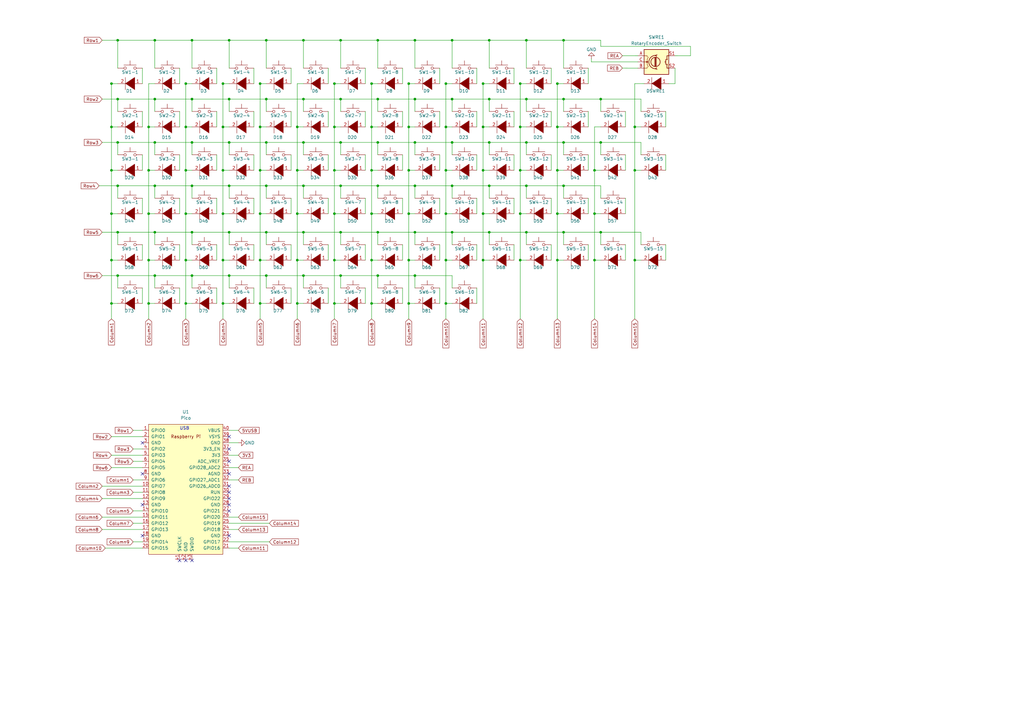
<source format=kicad_sch>
(kicad_sch (version 20230121) (generator eeschema)
  (paper "A3")
  (title_block (title "Quanta Keyboard") (date "2022-07-10") (rev "0.1") (company "0bsilab") (comment 1 "v01") (comment 2 "ISO Layout"))
  (junction (at 63.5 58.42))
  (junction (at 170.18 16.51))
  (junction (at 91.44 124.46))
  (junction (at 78.74 16.51))
  (junction (at 106.68 124.4478))
  (junction (at 48.26 113.03))
  (junction (at 198.12 34.29))
  (junction (at 124.46 113.03))
  (junction (at 121.92 87.6178))
  (junction (at 154.94 76.2))
  (junction (at 167.64 124.46))
  (junction (at 228.6 69.85))
  (junction (at 63.5 113.03))
  (junction (at 93.98 16.51))
  (junction (at 198.12 69.85))
  (junction (at 200.66 16.51))
  (junction (at 63.5 40.64))
  (junction (at 121.92 69.85))
  (junction (at 139.7 58.42))
  (junction (at 63.5 76.2))
  (junction (at 109.22 76.2))
  (junction (at 185.42 76.2))
  (junction (at 182.88 34.29))
  (junction (at 231.14 58.42))
  (junction (at 185.42 40.64))
  (junction (at 139.7 95.25))
  (junction (at 182.88 52.07))
  (junction (at 45.72 52.07))
  (junction (at 124.46 40.64))
  (junction (at 124.46 95.25))
  (junction (at 121.92 52.0578))
  (junction (at 198.12 52.0578))
  (junction (at 243.84 106.68))
  (junction (at 182.88 106.68))
  (junction (at 48.26 95.25))
  (junction (at 200.66 40.64))
  (junction (at 63.5 16.51))
  (junction (at 137.16 52.07))
  (junction (at 76.2 69.85))
  (junction (at 78.74 95.25))
  (junction (at 76.2 34.29))
  (junction (at 185.42 95.25))
  (junction (at 246.38 40.64))
  (junction (at 106.68 106.68))
  (junction (at 78.74 40.64))
  (junction (at 167.64 87.63))
  (junction (at 243.84 87.6178))
  (junction (at 215.9 95.25))
  (junction (at 93.98 76.2))
  (junction (at 91.44 87.63))
  (junction (at 154.94 40.64))
  (junction (at 106.68 69.85))
  (junction (at 45.72 87.63))
  (junction (at 60.96 106.68))
  (junction (at 139.7 40.64))
  (junction (at 185.42 58.42))
  (junction (at 228.6 87.6178))
  (junction (at 152.4 34.29))
  (junction (at 48.26 16.51))
  (junction (at 78.74 76.2))
  (junction (at 215.9 76.2))
  (junction (at 154.94 16.51))
  (junction (at 213.36 69.85))
  (junction (at 121.92 124.4478))
  (junction (at 231.14 76.2))
  (junction (at 167.64 52.07))
  (junction (at 106.68 52.0578))
  (junction (at 243.84 69.85))
  (junction (at 45.72 124.46))
  (junction (at 185.42 16.51))
  (junction (at 198.12 87.6178))
  (junction (at 200.66 76.2))
  (junction (at 60.96 87.63))
  (junction (at 213.36 106.68))
  (junction (at 121.92 106.68))
  (junction (at 63.5 95.25))
  (junction (at 260.35 52.0578))
  (junction (at 170.18 95.25))
  (junction (at 48.26 58.42))
  (junction (at 93.98 40.64))
  (junction (at 231.14 95.25))
  (junction (at 231.14 16.51))
  (junction (at 45.72 34.29))
  (junction (at 76.2 124.46))
  (junction (at 246.38 95.25))
  (junction (at 60.96 124.46))
  (junction (at 198.12 106.68))
  (junction (at 215.9 16.51))
  (junction (at 170.18 40.64))
  (junction (at 124.46 16.51))
  (junction (at 167.64 34.29))
  (junction (at 93.98 58.42))
  (junction (at 124.46 58.42))
  (junction (at 78.74 113.03))
  (junction (at 246.38 58.42))
  (junction (at 167.64 69.85))
  (junction (at 200.66 95.25))
  (junction (at 139.7 16.51))
  (junction (at 152.4 87.63))
  (junction (at 91.44 69.85))
  (junction (at 60.96 52.07))
  (junction (at 91.44 106.68))
  (junction (at 154.94 113.03))
  (junction (at 167.64 106.68))
  (junction (at 182.88 87.63))
  (junction (at 182.88 124.46))
  (junction (at 109.22 58.42))
  (junction (at 106.68 34.29))
  (junction (at 91.44 52.07))
  (junction (at 170.18 76.2))
  (junction (at 139.7 76.2))
  (junction (at 93.98 95.25))
  (junction (at 76.2 106.68))
  (junction (at 109.22 113.03))
  (junction (at 78.74 58.42))
  (junction (at 215.9 58.42))
  (junction (at 213.36 87.6178))
  (junction (at 154.94 58.42))
  (junction (at 260.35 69.85))
  (junction (at 228.6 52.0578))
  (junction (at 137.16 87.63))
  (junction (at 137.16 34.29))
  (junction (at 109.22 40.64))
  (junction (at 152.4 106.68))
  (junction (at 152.4 52.07))
  (junction (at 213.36 34.29))
  (junction (at 45.72 69.85))
  (junction (at 215.9 40.64))
  (junction (at 200.66 58.42))
  (junction (at 170.18 58.42))
  (junction (at 228.6 34.29))
  (junction (at 137.16 69.85))
  (junction (at 48.26 76.2))
  (junction (at 109.22 95.25))
  (junction (at 137.16 124.46))
  (junction (at 231.14 40.64))
  (junction (at 170.18 113.03))
  (junction (at 154.94 95.25))
  (junction (at 60.96 69.85))
  (junction (at 152.4 69.85))
  (junction (at 152.4 124.46))
  (junction (at 93.98 113.03))
  (junction (at 260.35 106.68))
  (junction (at 48.26 40.64))
  (junction (at 45.72 106.68))
  (junction (at 76.2 52.07))
  (junction (at 139.7 113.03))
  (junction (at 137.16 106.68))
  (junction (at 182.88 69.85))
  (junction (at 76.2 87.63))
  (junction (at 228.6 106.68))
  (junction (at 106.68 87.6178))
  (junction (at 109.22 16.51))
  (junction (at 213.36 52.0578))
  (junction (at 91.44 34.29))
  (junction (at 124.46 76.2))
  (no_connect (at 78.74 229.87))
  (no_connect (at 58.42 194.31))
  (no_connect (at 58.42 181.61))
  (no_connect (at 93.98 201.93))
  (no_connect (at 93.98 199.39))
  (no_connect (at 93.98 194.31))
  (no_connect (at 93.98 189.23))
  (no_connect (at 93.98 184.15))
  (no_connect (at 93.98 204.47))
  (no_connect (at 93.98 209.55))
  (no_connect (at 73.66 229.87))
  (no_connect (at 93.98 179.07))
  (no_connect (at 58.42 207.01))
  (no_connect (at 76.2 229.87))
  (no_connect (at 93.98 207.01))
  (no_connect (at 93.98 219.71))
  (no_connect (at 58.42 219.71))
  (wire (pts (xy 213.36 87.6178) (xy 215.9 87.6178)))
  (wire (pts (xy 154.94 58.42) (xy 170.18 58.42)))
  (wire (pts (xy 215.9 40.64) (xy 215.9 45.72)))
  (wire (pts (xy 228.6 52.0578) (xy 228.6 69.85)))
  (wire (pts (xy 104.14 118.11) (xy 104.14 124.46)))
  (wire (pts (xy 137.16 87.63) (xy 139.7 87.63)))
  (wire (pts (xy 185.42 58.42) (xy 185.42 63.5)))
  (wire (pts (xy 213.36 87.6178) (xy 213.36 106.68)))
  (wire (pts (xy 260.35 106.68) (xy 262.89 106.68)))
  (wire (pts (xy 91.44 52.07) (xy 91.44 69.85)))
  (wire (pts (xy 45.72 191.77) (xy 58.42 191.77)))
  (wire (pts (xy 76.2 87.63) (xy 78.74 87.63)))
  (wire (pts (xy 78.74 40.64) (xy 93.98 40.64)))
  (wire (pts (xy 91.44 87.63) (xy 93.98 87.63)))
  (wire (pts (xy 152.4 106.68) (xy 152.4 124.46)))
  (wire (pts (xy 63.5 58.42) (xy 78.74 58.42)))
  (wire (pts (xy 60.96 52.07) (xy 63.5 52.07)))
  (wire (pts (xy 91.44 124.46) (xy 93.98 124.46)))
  (wire (pts (xy 76.2 69.85) (xy 76.2 87.63)))
  (wire (pts (xy 119.38 118.11) (xy 119.38 124.4478)))
  (wire (pts (xy 73.66 118.11) (xy 73.66 124.46)))
  (wire (pts (xy 45.72 52.07) (xy 48.26 52.07)))
  (wire (pts (xy 152.4 124.46) (xy 154.94 124.46)))
  (wire (pts (xy 137.16 87.63) (xy 137.16 106.68)))
  (wire (pts (xy 137.16 124.46) (xy 137.16 130.7978)))
  (wire (pts (xy 139.7 58.42) (xy 139.7 63.5)))
  (wire (pts (xy 91.44 69.85) (xy 91.44 87.63)))
  (wire (pts (xy 154.94 113.03) (xy 170.18 113.03)))
  (wire (pts (xy 198.12 34.2778) (xy 198.12 34.29)))
  (wire (pts (xy 93.98 40.64) (xy 109.22 40.64)))
  (wire (pts (xy 121.92 52.0578) (xy 124.46 52.0578)))
  (wire (pts (xy 76.2 52.07) (xy 76.2 69.85)))
  (wire (pts (xy 137.16 106.68) (xy 139.7 106.68)))
  (wire (pts (xy 195.58 27.94) (xy 195.58 34.29)))
  (wire (pts (xy 43.18 224.79) (xy 58.42 224.79)))
  (wire (pts (xy 213.36 69.85) (xy 213.36 87.6178)))
  (wire (pts (xy 283.21 19.0378) (xy 246.38 19.0378)))
  (wire (pts (xy 124.46 40.64) (xy 124.46 45.72)))
  (wire (pts (xy 48.26 58.42) (xy 63.5 58.42)))
  (wire (pts (xy 165.1 100.33) (xy 165.1 106.68)))
  (wire (pts (xy 45.72 87.63) (xy 45.72 106.68)))
  (wire (pts (xy 198.12 106.68) (xy 198.12 130.7978)))
  (wire (pts (xy 256.54 45.72) (xy 256.54 52.0578)))
  (wire (pts (xy 54.61 209.55) (xy 58.42 209.55)))
  (wire (pts (xy 106.68 34.2778) (xy 106.68 34.29)))
  (wire (pts (xy 246.38 16.51) (xy 246.38 19.0378)))
  (wire (pts (xy 200.66 16.51) (xy 215.9 16.51)))
  (wire (pts (xy 170.18 113.03) (xy 185.42 113.03)))
  (wire (pts (xy 73.66 100.33) (xy 73.66 106.68)))
  (wire (pts (xy 58.42 100.33) (xy 58.42 106.68)))
  (wire (pts (xy 76.2 106.68) (xy 76.2 124.46)))
  (wire (pts (xy 119.38 81.28) (xy 119.38 87.6178)))
  (wire (pts (xy 48.26 113.03) (xy 48.26 118.11)))
  (wire (pts (xy 154.94 40.64) (xy 154.94 45.72)))
  (wire (pts (xy 182.88 34.2778) (xy 182.88 34.29)))
  (wire (pts (xy 180.34 27.94) (xy 180.34 34.29)))
  (wire (pts (xy 243.84 52.0578) (xy 246.38 52.0578)))
  (wire (pts (xy 276.86 34.29) (xy 274.32 34.29)))
  (wire (pts (xy 91.44 34.2778) (xy 91.44 34.29)))
  (wire (pts (xy 76.2 34.2778) (xy 76.2 34.29)))
  (wire (pts (xy 139.7 40.64) (xy 154.94 40.64)))
  (wire (pts (xy 228.6 69.85) (xy 228.6 87.6178)))
  (wire (pts (xy 200.66 40.64) (xy 215.9 40.64)))
  (wire (pts (xy 200.66 58.42) (xy 215.9 58.42)))
  (wire (pts (xy 228.6 87.6178) (xy 231.14 87.6178)))
  (wire (pts (xy 63.5 58.42) (xy 63.5 63.5)))
  (wire (pts (xy 91.44 34.29) (xy 91.44 52.07)))
  (wire (pts (xy 180.34 118.11) (xy 180.34 124.46)))
  (wire (pts (xy 124.46 95.25) (xy 139.7 95.25)))
  (wire (pts (xy 45.72 34.2778) (xy 45.72 34.29)))
  (wire (pts (xy 76.2 124.46) (xy 76.2 130.7978)))
  (wire (pts (xy 48.26 113.03) (xy 63.5 113.03)))
  (wire (pts (xy 241.3 45.72) (xy 241.3 52.0578)))
  (wire (pts (xy 165.1 63.5) (xy 165.1 69.85)))
  (wire (pts (xy 226.06 100.33) (xy 226.06 106.68)))
  (wire (pts (xy 106.68 69.85) (xy 106.68 87.6178)))
  (wire (pts (xy 106.68 106.68) (xy 106.68 124.4478)))
  (wire (pts (xy 273.05 100.33) (xy 273.05 106.68)))
  (wire (pts (xy 134.62 118.11) (xy 134.62 124.4478)))
  (wire (pts (xy 137.16 124.46) (xy 139.7 124.46)))
  (wire (pts (xy 76.2 106.68) (xy 78.74 106.68)))
  (wire (pts (xy 170.18 16.51) (xy 170.18 27.94)))
  (wire (pts (xy 213.36 34.2778) (xy 213.36 34.29)))
  (wire (pts (xy 243.84 87.6178) (xy 246.38 87.6178)))
  (wire (pts (xy 41.91 217.17) (xy 58.42 217.17)))
  (wire (pts (xy 139.7 95.25) (xy 154.94 95.25)))
  (wire (pts (xy 48.26 40.64) (xy 63.5 40.64)))
  (wire (pts (xy 213.36 52.0578) (xy 213.36 69.85)))
  (wire (pts (xy 93.98 113.03) (xy 109.22 113.03)))
  (wire (pts (xy 106.68 124.4478) (xy 109.22 124.4478)))
  (wire (pts (xy 124.46 95.25) (xy 124.46 100.33)))
  (wire (pts (xy 276.86 27.94) (xy 276.86 34.29)))
  (wire (pts (xy 124.46 113.03) (xy 139.7 113.03)))
  (wire (pts (xy 165.1 27.94) (xy 165.1 34.29)))
  (wire (pts (xy 137.16 69.85) (xy 137.16 87.63)))
  (wire (pts (xy 170.18 40.64) (xy 170.18 45.72)))
  (wire (pts (xy 40.64 76.2) (xy 48.26 76.2)))
  (wire (pts (xy 97.79 186.69) (xy 93.98 186.69)))
  (wire (pts (xy 231.14 16.51) (xy 231.14 27.94)))
  (wire (pts (xy 97.79 196.85) (xy 93.98 196.85)))
  (wire (pts (xy 198.12 87.6178) (xy 198.12 106.68)))
  (wire (pts (xy 48.26 76.2) (xy 48.26 81.28)))
  (wire (pts (xy 139.7 113.03) (xy 154.94 113.03)))
  (wire (pts (xy 167.64 87.63) (xy 170.18 87.63)))
  (wire (pts (xy 154.94 16.51) (xy 170.18 16.51)))
  (wire (pts (xy 48.26 76.2) (xy 63.5 76.2)))
  (wire (pts (xy 88.9 45.72) (xy 88.9 52.07)))
  (wire (pts (xy 104.14 27.94) (xy 104.14 34.29)))
  (wire (pts (xy 226.06 45.72) (xy 226.06 52.0578)))
  (wire (pts (xy 91.44 52.07) (xy 93.98 52.07)))
  (wire (pts (xy 54.61 176.53) (xy 58.42 176.53)))
  (wire (pts (xy 137.16 52.07) (xy 139.7 52.07)))
  (wire (pts (xy 109.22 40.64) (xy 124.46 40.64)))
  (wire (pts (xy 215.9 95.25) (xy 215.9 100.33)))
  (wire (pts (xy 58.42 45.72) (xy 58.42 52.07)))
  (wire (pts (xy 41.91 58.42) (xy 48.26 58.42)))
  (wire (pts (xy 78.74 58.42) (xy 78.74 63.5)))
  (wire (pts (xy 246.38 40.64) (xy 246.38 45.72)))
  (wire (pts (xy 45.72 106.68) (xy 48.26 106.68)))
  (wire (pts (xy 76.2 52.07) (xy 78.74 52.07)))
  (wire (pts (xy 210.82 27.94) (xy 210.82 34.29)))
  (wire (pts (xy 91.44 87.63) (xy 91.44 106.68)))
  (wire (pts (xy 97.79 224.79) (xy 93.98 224.79)))
  (wire (pts (xy 106.68 34.29) (xy 106.68 52.0578)))
  (wire (pts (xy 260.35 69.85) (xy 260.35 106.68)))
  (wire (pts (xy 109.22 113.03) (xy 124.46 113.03)))
  (wire (pts (xy 262.89 95.25) (xy 262.89 100.33)))
  (wire (pts (xy 119.38 27.94) (xy 119.38 34.29)))
  (wire (pts (xy 241.3 81.28) (xy 241.3 87.6178)))
  (wire (pts (xy 152.4 52.07) (xy 154.94 52.07)))
  (wire (pts (xy 149.86 63.5) (xy 149.86 69.85)))
  (wire (pts (xy 76.2 34.29) (xy 78.74 34.29)))
  (wire (pts (xy 93.98 16.51) (xy 109.22 16.51)))
  (wire (pts (xy 139.7 113.03) (xy 139.7 118.11)))
  (wire (pts (xy 180.34 81.28) (xy 180.34 87.63)))
  (wire (pts (xy 63.5 16.51) (xy 63.5 27.94)))
  (wire (pts (xy 41.91 16.51) (xy 48.26 16.51)))
  (wire (pts (xy 45.72 124.46) (xy 48.26 124.46)))
  (wire (pts (xy 121.92 52.0578) (xy 121.92 69.85)))
  (wire (pts (xy 260.35 52.0578) (xy 262.89 52.0578)))
  (wire (pts (xy 243.84 52.0578) (xy 243.84 69.85)))
  (wire (pts (xy 165.1 118.11) (xy 165.1 124.46)))
  (wire (pts (xy 256.54 100.33) (xy 256.54 106.68)))
  (wire (pts (xy 185.42 40.64) (xy 200.66 40.64)))
  (wire (pts (xy 45.72 34.29) (xy 48.26 34.29)))
  (wire (pts (xy 152.4 34.29) (xy 152.4 52.07)))
  (wire (pts (xy 182.88 106.68) (xy 185.42 106.68)))
  (wire (pts (xy 152.4 87.63) (xy 154.94 87.63)))
  (wire (pts (xy 167.64 69.85) (xy 170.18 69.85)))
  (wire (pts (xy 167.64 34.29) (xy 170.18 34.29)))
  (wire (pts (xy 58.42 27.94) (xy 58.42 34.29)))
  (wire (pts (xy 215.9 40.64) (xy 231.14 40.64)))
  (wire (pts (xy 154.94 76.2) (xy 154.94 81.28)))
  (wire (pts (xy 195.58 100.33) (xy 195.58 106.68)))
  (wire (pts (xy 243.84 69.85) (xy 243.84 87.6178)))
  (wire (pts (xy 124.46 40.64) (xy 139.7 40.64)))
  (wire (pts (xy 88.9 100.33) (xy 88.9 106.68)))
  (wire (pts (xy 185.42 76.2) (xy 200.66 76.2)))
  (wire (pts (xy 76.2 124.46) (xy 78.74 124.46)))
  (wire (pts (xy 60.96 69.85) (xy 63.5 69.85)))
  (wire (pts (xy 195.58 63.5) (xy 195.58 69.85)))
  (wire (pts (xy 170.18 113.03) (xy 170.18 118.11)))
  (wire (pts (xy 104.14 63.5) (xy 104.14 69.85)))
  (wire (pts (xy 261.62 25.4) (xy 242.57 25.4)))
  (wire (pts (xy 243.84 69.85) (xy 246.38 69.85)))
  (wire (pts (xy 215.9 58.42) (xy 215.9 63.5)))
  (wire (pts (xy 109.22 113.03) (xy 109.22 118.11)))
  (wire (pts (xy 48.26 95.25) (xy 63.5 95.25)))
  (wire (pts (xy 93.98 40.64) (xy 93.98 45.72)))
  (wire (pts (xy 246.38 40.64) (xy 262.89 40.64)))
  (wire (pts (xy 213.36 69.85) (xy 215.9 69.85)))
  (wire (pts (xy 215.9 95.25) (xy 231.14 95.25)))
  (wire (pts (xy 149.86 118.11) (xy 149.86 124.46)))
  (wire (pts (xy 185.42 95.25) (xy 185.42 100.33)))
  (wire (pts (xy 139.7 76.2) (xy 139.7 81.28)))
  (wire (pts (xy 185.42 113.03) (xy 185.42 118.11)))
  (wire (pts (xy 45.72 34.29) (xy 45.72 52.07)))
  (wire (pts (xy 180.34 100.33) (xy 180.34 106.68)))
  (wire (pts (xy 210.82 63.5) (xy 210.82 69.85)))
  (wire (pts (xy 124.46 113.03) (xy 124.46 118.11)))
  (wire (pts (xy 60.96 124.46) (xy 63.5 124.46)))
  (wire (pts (xy 78.74 95.25) (xy 78.74 100.33)))
  (wire (pts (xy 170.18 95.25) (xy 170.18 100.33)))
  (wire (pts (xy 60.96 106.68) (xy 63.5 106.68)))
  (wire (pts (xy 154.94 40.64) (xy 170.18 40.64)))
  (wire (pts (xy 121.92 106.68) (xy 121.92 124.4478)))
  (wire (pts (xy 97.79 191.77) (xy 93.98 191.77)))
  (wire (pts (xy 215.9 16.51) (xy 231.14 16.51)))
  (wire (pts (xy 246.38 95.25) (xy 262.89 95.25)))
  (wire (pts (xy 73.66 63.5) (xy 73.66 69.85)))
  (wire (pts (xy 45.72 106.68) (xy 45.72 124.46)))
  (wire (pts (xy 106.68 87.6178) (xy 109.22 87.6178)))
  (wire (pts (xy 54.61 196.85) (xy 58.42 196.85)))
  (wire (pts (xy 154.94 58.42) (xy 154.94 63.5)))
  (wire (pts (xy 76.2 87.63) (xy 76.2 106.68)))
  (wire (pts (xy 210.82 100.33) (xy 210.82 106.68)))
  (wire (pts (xy 139.7 76.2) (xy 154.94 76.2)))
  (wire (pts (xy 134.62 45.72) (xy 134.62 52.0578)))
  (wire (pts (xy 63.5 113.03) (xy 78.74 113.03)))
  (wire (pts (xy 124.46 58.42) (xy 139.7 58.42)))
  (wire (pts (xy 246.38 95.25) (xy 246.38 100.33)))
  (wire (pts (xy 154.94 95.25) (xy 170.18 95.25)))
  (wire (pts (xy 134.62 81.28) (xy 134.62 87.6178)))
  (wire (pts (xy 182.88 52.07) (xy 185.42 52.07)))
  (wire (pts (xy 106.68 124.4478) (xy 106.68 130.7978)))
  (wire (pts (xy 124.46 58.42) (xy 124.46 63.5)))
  (wire (pts (xy 200.66 76.2) (xy 200.66 81.28)))
  (wire (pts (xy 167.64 124.46) (xy 170.18 124.46)))
  (wire (pts (xy 228.6 52.0578) (xy 231.14 52.0578)))
  (wire (pts (xy 243.84 87.6178) (xy 243.84 106.68)))
  (wire (pts (xy 88.9 118.11) (xy 88.9 124.46)))
  (wire (pts (xy 228.6 69.85) (xy 231.14 69.85)))
  (wire (pts (xy 93.98 95.25) (xy 93.98 100.33)))
  (wire (pts (xy 167.64 87.63) (xy 167.64 106.68)))
  (wire (pts (xy 124.46 16.51) (xy 139.7 16.51)))
  (wire (pts (xy 134.62 100.33) (xy 134.62 106.68)))
  (wire (pts (xy 137.16 52.07) (xy 137.16 69.85)))
  (wire (pts (xy 260.35 34.2778) (xy 264.16 34.29)))
  (wire (pts (xy 78.74 113.03) (xy 78.74 118.11)))
  (wire (pts (xy 45.72 87.63) (xy 48.26 87.63)))
  (wire (pts (xy 256.54 63.5) (xy 256.54 69.85)))
  (wire (pts (xy 226.06 27.94) (xy 226.06 34.29)))
  (wire (pts (xy 165.1 45.72) (xy 165.1 52.07)))
  (wire (pts (xy 231.14 76.2) (xy 231.14 81.28)))
  (wire (pts (xy 106.68 52.0578) (xy 106.68 69.85)))
  (wire (pts (xy 63.5 113.03) (xy 63.5 118.11)))
  (wire (pts (xy 241.3 100.33) (xy 241.3 106.68)))
  (wire (pts (xy 121.92 124.4478) (xy 121.92 130.81)))
  (wire (pts (xy 215.9 76.2) (xy 231.14 76.2)))
  (wire (pts (xy 121.92 87.6178) (xy 124.46 87.6178)))
  (wire (pts (xy 246.38 76.2) (xy 246.38 81.28)))
  (wire (pts (xy 198.12 34.29) (xy 198.12 52.0578)))
  (wire (pts (xy 226.06 81.28) (xy 226.06 87.6178)))
  (wire (pts (xy 200.66 16.51) (xy 200.66 27.94)))
  (wire (pts (xy 154.94 16.51) (xy 154.94 27.94)))
  (wire (pts (xy 60.96 130.81) (xy 60.96 124.46)))
  (wire (pts (xy 241.3 63.5) (xy 241.3 69.85)))
  (wire (pts (xy 152.4 34.2778) (xy 152.4 34.29)))
  (wire (pts (xy 76.2 34.29) (xy 76.2 52.07)))
  (wire (pts (xy 273.05 45.72) (xy 273.05 52.0578)))
  (wire (pts (xy 228.6 106.68) (xy 231.14 106.68)))
  (wire (pts (xy 262.89 40.64) (xy 262.89 45.72)))
  (wire (pts (xy 182.88 69.85) (xy 185.42 69.85)))
  (wire (pts (xy 185.42 40.64) (xy 185.42 45.72)))
  (wire (pts (xy 231.14 95.25) (xy 246.38 95.25)))
  (wire (pts (xy 149.86 81.28) (xy 149.86 87.63)))
  (wire (pts (xy 48.26 58.42) (xy 48.26 63.5)))
  (wire (pts (xy 242.57 25.4) (xy 242.57 24.13)))
  (wire (pts (xy 170.18 76.2) (xy 185.42 76.2)))
  (wire (pts (xy 91.44 106.68) (xy 93.98 106.68)))
  (wire (pts (xy 170.18 16.51) (xy 185.42 16.51)))
  (wire (pts (xy 45.72 186.69) (xy 58.42 186.69)))
  (wire (pts (xy 182.88 87.63) (xy 185.42 87.63)))
  (wire (pts (xy 180.34 45.72) (xy 180.34 52.07)))
  (wire (pts (xy 241.3 27.94) (xy 241.3 34.29)))
  (wire (pts (xy 60.96 87.63) (xy 63.5 87.63)))
  (wire (pts (xy 165.1 81.28) (xy 165.1 87.63)))
  (wire (pts (xy 228.6 87.6178) (xy 228.6 106.68)))
  (wire (pts (xy 167.64 106.68) (xy 167.64 124.46)))
  (wire (pts (xy 54.61 184.15) (xy 58.42 184.15)))
  (wire (pts (xy 93.98 58.42) (xy 109.22 58.42)))
  (wire (pts (xy 198.12 34.29) (xy 200.66 34.29)))
  (wire (pts (xy 200.66 40.64) (xy 200.66 45.72)))
  (wire (pts (xy 231.14 76.2) (xy 246.38 76.2)))
  (wire (pts (xy 149.86 27.94) (xy 149.86 34.29)))
  (wire (pts (xy 54.61 214.63) (xy 58.42 214.63)))
  (wire (pts (xy 88.9 27.94) (xy 88.9 34.29)))
  (wire (pts (xy 45.72 69.85) (xy 45.72 87.63)))
  (wire (pts (xy 78.74 16.51) (xy 78.74 27.94)))
  (wire (pts (xy 41.91 212.09) (xy 58.42 212.09)))
  (wire (pts (xy 215.9 16.51) (xy 215.9 27.94)))
  (wire (pts (xy 93.98 16.51) (xy 93.98 27.94)))
  (wire (pts (xy 60.96 52.07) (xy 60.96 69.85)))
  (wire (pts (xy 106.68 52.0578) (xy 109.22 52.0578)))
  (wire (pts (xy 63.5 40.64) (xy 78.74 40.64)))
  (wire (pts (xy 45.72 52.07) (xy 45.72 69.85)))
  (wire (pts (xy 185.42 76.2) (xy 185.42 81.28)))
  (wire (pts (xy 119.38 63.5) (xy 119.38 69.85)))
  (wire (pts (xy 149.86 100.33) (xy 149.86 106.68)))
  (wire (pts (xy 167.64 34.2778) (xy 167.64 34.29)))
  (wire (pts (xy 231.14 58.42) (xy 246.38 58.42)))
  (wire (pts (xy 152.4 69.85) (xy 152.4 87.63)))
  (wire (pts (xy 167.64 52.07) (xy 167.64 69.85)))
  (wire (pts (xy 41.91 95.25) (xy 48.26 95.25)))
  (wire (pts (xy 185.42 16.51) (xy 200.66 16.51)))
  (wire (pts (xy 167.64 106.68) (xy 170.18 106.68)))
  (wire (pts (xy 121.92 34.29) (xy 124.46 34.29)))
  (wire (pts (xy 58.42 63.5) (xy 58.42 69.85)))
  (wire (pts (xy 255.27 27.9278) (xy 261.62 27.94)))
  (wire (pts (xy 110.49 222.25) (xy 93.98 222.25)))
  (wire (pts (xy 109.22 16.51) (xy 124.46 16.51)))
  (wire (pts (xy 180.34 63.5) (xy 180.34 69.85)))
  (wire (pts (xy 260.35 34.2778) (xy 260.35 52.0578)))
  (wire (pts (xy 195.58 45.72) (xy 195.58 52.07)))
  (wire (pts (xy 78.74 58.42) (xy 93.98 58.42)))
  (wire (pts (xy 63.5 16.51) (xy 78.74 16.51)))
  (wire (pts (xy 256.54 81.28) (xy 256.54 87.6178)))
  (wire (pts (xy 200.66 95.25) (xy 200.66 100.33)))
  (wire (pts (xy 215.9 76.2) (xy 215.9 81.28)))
  (wire (pts (xy 54.61 222.25) (xy 58.42 222.25)))
  (wire (pts (xy 73.66 81.28) (xy 73.66 87.63)))
  (wire (pts (xy 63.5 76.2) (xy 78.74 76.2)))
  (wire (pts (xy 41.91 40.64) (xy 48.26 40.64)))
  (wire (pts (xy 78.74 16.51) (xy 93.98 16.51)))
  (wire (pts (xy 213.36 34.29) (xy 213.36 52.0578)))
  (wire (pts (xy 246.38 58.42) (xy 262.89 58.42)))
  (wire (pts (xy 228.6 106.68) (xy 228.6 130.7978)))
  (wire (pts (xy 228.6 34.29) (xy 231.14 34.29)))
  (wire (pts (xy 58.42 81.28) (xy 58.42 87.63)))
  (wire (pts (xy 110.49 214.63) (xy 93.98 214.63)))
  (wire (pts (xy 139.7 58.42) (xy 154.94 58.42)))
  (wire (pts (xy 60.96 106.68) (xy 60.96 124.46)))
  (wire (pts (xy 109.22 95.25) (xy 124.46 95.25)))
  (wire (pts (xy 273.05 63.5) (xy 273.05 69.85)))
  (wire (pts (xy 93.98 58.42) (xy 93.98 63.5)))
  (wire (pts (xy 137.16 34.29) (xy 137.16 52.07)))
  (wire (pts (xy 45.72 179.07) (xy 58.42 179.07)))
  (wire (pts (xy 134.62 63.5) (xy 134.62 69.85)))
  (wire (pts (xy 149.86 45.72) (xy 149.86 52.07)))
  (wire (pts (xy 78.74 113.03) (xy 93.98 113.03)))
  (wire (pts (xy 121.92 34.29) (xy 121.92 52.0578)))
  (wire (pts (xy 60.96 69.85) (xy 60.96 87.63)))
  (wire (pts (xy 198.12 69.85) (xy 198.12 87.6178)))
  (wire (pts (xy 45.72 124.46) (xy 45.72 130.7978)))
  (wire (pts (xy 228.6 34.29) (xy 228.6 52.0578)))
  (wire (pts (xy 137.16 34.29) (xy 139.7 34.29)))
  (wire (pts (xy 198.12 69.85) (xy 200.66 69.85)))
  (wire (pts (xy 139.7 16.51) (xy 139.7 27.94)))
  (wire (pts (xy 104.14 100.33) (xy 104.14 106.68)))
  (wire (pts (xy 58.42 118.11) (xy 58.42 124.46)))
  (wire (pts (xy 198.12 52.0578) (xy 198.12 69.85)))
  (wire (pts (xy 154.94 95.25) (xy 154.94 100.33)))
  (wire (pts (xy 231.14 58.42) (xy 231.14 63.5)))
  (wire (pts (xy 104.14 81.28) (xy 104.14 87.63)))
  (wire (pts (xy 109.22 76.2) (xy 109.22 81.28)))
  (wire (pts (xy 91.44 106.68) (xy 91.44 124.46)))
  (wire (pts (xy 182.88 106.68) (xy 182.88 124.46)))
  (wire (pts (xy 124.46 76.2) (xy 124.46 81.28)))
  (wire (pts (xy 78.74 76.2) (xy 78.74 81.28)))
  (wire (pts (xy 228.6 34.2778) (xy 228.6 34.29)))
  (wire (pts (xy 255.27 22.8478) (xy 261.62 22.86)))
  (wire (pts (xy 195.58 118.11) (xy 195.58 124.46)))
  (wire (pts (xy 139.7 95.25) (xy 139.7 100.33)))
  (wire (pts (xy 200.66 76.2) (xy 215.9 76.2)))
  (wire (pts (xy 93.98 113.03) (xy 93.98 118.11)))
  (wire (pts (xy 226.06 63.5) (xy 226.06 69.85)))
  (wire (pts (xy 154.94 113.03) (xy 154.94 118.11)))
  (wire (pts (xy 104.14 45.72) (xy 104.14 52.07)))
  (wire (pts (xy 109.22 95.25) (xy 109.22 100.33)))
  (wire (pts (xy 78.74 76.2) (xy 93.98 76.2)))
  (wire (pts (xy 124.46 76.2) (xy 139.7 76.2)))
  (wire (pts (xy 109.22 58.42) (xy 124.46 58.42)))
  (wire (pts (xy 63.5 76.2) (xy 63.5 81.28)))
  (wire (pts (xy 109.22 16.51) (xy 109.22 27.94)))
  (wire (pts (xy 134.62 27.94) (xy 134.62 34.29)))
  (wire (pts (xy 170.18 40.64) (xy 185.42 40.64)))
  (wire (pts (xy 170.18 58.42) (xy 185.42 58.42)))
  (wire (pts (xy 154.94 76.2) (xy 170.18 76.2)))
  (wire (pts (xy 106.68 106.68) (xy 109.22 106.68)))
  (wire (pts (xy 119.38 45.72) (xy 119.38 52.0578)))
  (wire (pts (xy 152.4 87.63) (xy 152.4 106.68)))
  (wire (pts (xy 185.42 16.51) (xy 185.42 27.94)))
  (wire (pts (xy 63.5 95.25) (xy 78.74 95.25)))
  (wire (pts (xy 54.61 201.93) (xy 58.42 201.93)))
  (wire (pts (xy 200.66 95.25) (xy 215.9 95.25)))
  (wire (pts (xy 106.68 69.85) (xy 109.22 69.85)))
  (wire (pts (xy 215.9 58.42) (xy 231.14 58.42)))
  (wire (pts (xy 182.88 52.07) (xy 182.88 69.85)))
  (wire (pts (xy 121.92 69.85) (xy 124.46 69.85)))
  (wire (pts (xy 73.66 45.72) (xy 73.66 52.07)))
  (wire (pts (xy 243.84 106.68) (xy 246.38 106.68)))
  (wire (pts (xy 97.79 181.61) (xy 93.98 181.61)))
  (wire (pts (xy 152.4 52.07) (xy 152.4 69.85)))
  (wire (pts (xy 88.9 63.5) (xy 88.9 69.85)))
  (wire (pts (xy 124.46 16.51) (xy 124.46 27.94)))
  (wire (pts (xy 73.66 27.94) (xy 73.66 34.29)))
  (wire (pts (xy 167.64 52.07) (xy 170.18 52.07)))
  (wire (pts (xy 121.92 124.4478) (xy 124.46 124.4478)))
  (wire (pts (xy 231.14 40.64) (xy 246.38 40.64)))
  (wire (pts (xy 260.35 106.68) (xy 260.35 130.7978)))
  (wire (pts (xy 231.14 16.51) (xy 246.38 16.51)))
  (wire (pts (xy 170.18 95.25) (xy 185.42 95.25)))
  (wire (pts (xy 152.4 124.46) (xy 152.4 130.7978)))
  (wire (pts (xy 200.66 58.42) (xy 200.66 63.5)))
  (wire (pts (xy 262.89 58.42) (xy 262.89 63.5)))
  (wire (pts (xy 41.91 199.39) (xy 58.42 199.39)))
  (wire (pts (xy 78.74 95.25) (xy 93.98 95.25)))
  (wire (pts (xy 109.22 76.2) (xy 124.46 76.2)))
  (wire (pts (xy 152.4 69.85) (xy 154.94 69.85)))
  (wire (pts (xy 54.61 189.23) (xy 58.42 189.23)))
  (wire (pts (xy 97.79 176.53) (xy 93.98 176.53)))
  (wire (pts (xy 283.21 19.0378) (xy 283.21 22.8478)))
  (wire (pts (xy 91.44 124.46) (xy 91.44 130.7978)))
  (wire (pts (xy 198.12 106.68) (xy 200.66 106.68)))
  (wire (pts (xy 243.84 106.68) (xy 243.84 130.7978)))
  (wire (pts (xy 198.12 87.6178) (xy 200.66 87.6178)))
  (wire (pts (xy 167.64 34.29) (xy 167.64 52.07)))
  (wire (pts (xy 213.36 34.29) (xy 215.9 34.29)))
  (wire (pts (xy 60.96 34.29) (xy 63.5 34.29)))
  (wire (pts (xy 78.74 40.64) (xy 78.74 45.72)))
  (wire (pts (xy 139.7 40.64) (xy 139.7 45.72)))
  (wire (pts (xy 88.9 81.28) (xy 88.9 87.63)))
  (wire (pts (xy 137.16 69.85) (xy 139.7 69.85)))
  (wire (pts (xy 109.22 40.64) (xy 109.22 45.72)))
  (wire (pts (xy 97.79 217.17) (xy 93.98 217.17)))
  (wire (pts (xy 121.92 106.68) (xy 124.46 106.68)))
  (wire (pts (xy 182.88 34.29) (xy 182.88 52.07)))
  (wire (pts (xy 210.82 45.72) (xy 210.82 52.0578)))
  (wire (pts (xy 182.88 34.29) (xy 185.42 34.29)))
  (wire (pts (xy 213.36 52.0578) (xy 215.9 52.0578)))
  (wire (pts (xy 210.82 81.28) (xy 210.82 87.6178)))
  (wire (pts (xy 213.36 106.68) (xy 215.9 106.68)))
  (wire (pts (xy 106.68 34.29) (xy 109.22 34.29)))
  (wire (pts (xy 91.44 69.85) (xy 93.98 69.85)))
  (wire (pts (xy 48.26 40.64) (xy 48.26 45.72)))
  (wire (pts (xy 48.26 95.25) (xy 48.26 100.33)))
  (wire (pts (xy 93.98 76.2) (xy 93.98 81.28)))
  (wire (pts (xy 48.26 16.51) (xy 48.26 27.94)))
  (wire (pts (xy 60.96 34.29) (xy 60.96 52.07)))
  (wire (pts (xy 195.58 81.28) (xy 195.58 87.63)))
  (wire (pts (xy 60.96 87.63) (xy 60.96 106.68)))
  (wire (pts (xy 167.64 124.46) (xy 167.64 130.7978)))
  (wire (pts (xy 41.91 204.47) (xy 58.42 204.47)))
  (wire (pts (xy 91.44 34.29) (xy 93.98 34.29)))
  (wire (pts (xy 76.2 69.85) (xy 78.74 69.85)))
  (wire (pts (xy 198.12 52.0578) (xy 200.66 52.0578)))
  (wire (pts (xy 182.88 124.46) (xy 182.88 130.7978)))
  (wire (pts (xy 185.42 95.25) (xy 200.66 95.25)))
  (wire (pts (xy 167.64 69.85) (xy 167.64 87.63)))
  (wire (pts (xy 109.22 58.42) (xy 109.22 63.5)))
  (wire (pts (xy 137.16 106.68) (xy 137.16 124.46)))
  (wire (pts (xy 137.16 34.2778) (xy 137.16 34.29)))
  (wire (pts (xy 93.98 95.25) (xy 109.22 95.25)))
  (wire (pts (xy 231.14 40.64) (xy 231.14 45.72)))
  (wire (pts (xy 41.91 113.03) (xy 48.26 113.03)))
  (wire (pts (xy 260.35 69.85) (xy 262.89 69.85)))
  (wire (pts (xy 139.7 16.51) (xy 154.94 16.51)))
  (wire (pts (xy 170.18 58.42) (xy 170.18 63.5)))
  (wire (pts (xy 213.36 106.68) (xy 213.36 130.7978)))
  (wire (pts (xy 45.72 69.85) (xy 48.26 69.85)))
  (wire (pts (xy 260.35 52.0578) (xy 260.35 69.85)))
  (wire (pts (xy 152.4 34.29) (xy 154.94 34.29)))
  (wire (pts (xy 121.92 87.6178) (xy 121.92 69.85)))
  (wire (pts (xy 276.86 22.86) (xy 283.21 22.8478)))
  (wire (pts (xy 170.18 76.2) (xy 170.18 81.28)))
  (wire (pts (xy 119.38 100.33) (xy 119.38 106.68)))
  (wire (pts (xy 246.38 58.42) (xy 246.38 63.5)))
  (wire (pts (xy 63.5 40.64) (xy 63.5 45.72)))
  (wire (pts (xy 231.14 95.25) (xy 231.14 100.33)))
  (wire (pts (xy 97.79 212.09) (xy 93.98 212.09)))
  (wire (pts (xy 106.68 87.6178) (xy 106.68 106.68)))
  (wire (pts (xy 182.88 124.46) (xy 185.42 124.46)))
  (wire (pts (xy 152.4 106.68) (xy 154.94 106.68)))
  (wire (pts (xy 63.5 95.25) (xy 63.5 100.33)))
  (wire (pts (xy 48.26 16.51) (xy 63.5 16.51)))
  (wire (pts (xy 182.88 69.85) (xy 182.88 87.63)))
  (wire (pts (xy 121.92 87.6178) (xy 121.92 106.68)))
  (wire (pts (xy 185.42 58.42) (xy 200.66 58.42)))
  (wire (pts (xy 93.98 76.2) (xy 109.22 76.2)))
  (wire (pts (xy 182.88 87.63) (xy 182.88 106.68)))
  (text "USB\n" (at 73.66 176.53 0) (effects (font (size 1.27 1.27)) (justify left bottom)))
  (global_label "Column2" (shape input) (at 41.91 199.39 180) (property "Intersheetrefs" "${INTERSHEET_REFS}" (effects hide)))
  (global_label "REB" (shape input) (at 97.79 196.85 0) (property "Intersheetrefs" "${INTERSHEET_REFS}" (effects hide)))
  (global_label "Row2" (shape input) (at 41.91 40.64 180) (property "Intersheetrefs" "${INTERSHEET_REFS}" (effects hide)))
  (global_label "Column4" (shape input) (at 91.44 130.7978 270) (property "Intersheetrefs" "${INTERSHEET_REFS}" (effects hide)))
  (global_label "Row4" (shape input) (at 40.64 76.2 180) (property "Intersheetrefs" "${INTERSHEET_REFS}" (effects hide)))
  (global_label "Column14" (shape input) (at 243.84 130.7978 270) (property "Intersheetrefs" "${INTERSHEET_REFS}" (effects hide)))
  (global_label "Row6" (shape input) (at 41.91 113.03 180) (property "Intersheetrefs" "${INTERSHEET_REFS}" (effects hide)))
  (global_label "Column10" (shape input) (at 182.88 130.7978 270) (property "Intersheetrefs" "${INTERSHEET_REFS}" (effects hide)))
  (global_label "Column8" (shape input) (at 152.4 130.7978 270) (property "Intersheetrefs" "${INTERSHEET_REFS}" (effects hide)))
  (global_label "Column12" (shape input) (at 213.36 130.7978 270) (property "Intersheetrefs" "${INTERSHEET_REFS}" (effects hide)))
  (global_label "Column4" (shape input) (at 41.91 204.47 180) (property "Intersheetrefs" "${INTERSHEET_REFS}" (effects hide)))
  (global_label "Column3" (shape input) (at 76.2 130.7978 270) (property "Intersheetrefs" "${INTERSHEET_REFS}" (effects hide)))
  (global_label "Column13" (shape input) (at 228.6 130.7978 270) (property "Intersheetrefs" "${INTERSHEET_REFS}" (effects hide)))
  (global_label "Row2" (shape input) (at 45.72 179.07 180) (property "Intersheetrefs" "${INTERSHEET_REFS}" (effects hide)))
  (global_label "Row4" (shape input) (at 45.72 186.69 180) (property "Intersheetrefs" "${INTERSHEET_REFS}" (effects hide)))
  (global_label "3V3" (shape input) (at 97.79 186.69 0) (property "Intersheetrefs" "${INTERSHEET_REFS}" (effects hide)))
  (global_label "Column9" (shape input) (at 54.61 222.25 180) (property "Intersheetrefs" "${INTERSHEET_REFS}" (effects hide)))
  (global_label "Column11" (shape input) (at 97.79 224.79 0) (property "Intersheetrefs" "${INTERSHEET_REFS}" (effects hide)))
  (global_label "REA" (shape input) (at 255.27 22.8478 180) (property "Intersheetrefs" "${INTERSHEET_REFS}" (effects hide)))
  (global_label "REA" (shape input) (at 97.79 191.77 0) (property "Intersheetrefs" "${INTERSHEET_REFS}" (effects hide)))
  (global_label "Row5" (shape input) (at 54.61 189.23 180) (property "Intersheetrefs" "${INTERSHEET_REFS}" (effects hide)))
  (global_label "Column6" (shape input) (at 41.91 212.09 180) (property "Intersheetrefs" "${INTERSHEET_REFS}" (effects hide)))
  (global_label "Column5" (shape input) (at 106.68 130.7978 270) (property "Intersheetrefs" "${INTERSHEET_REFS}" (effects hide)))
  (global_label "REB" (shape input) (at 255.27 27.9278 180) (property "Intersheetrefs" "${INTERSHEET_REFS}" (effects hide)))
  (global_label "Column11" (shape input) (at 198.12 130.7978 270) (property "Intersheetrefs" "${INTERSHEET_REFS}" (effects hide)))
  (global_label "Column2" (shape input) (at 60.96 130.81 270) (property "Intersheetrefs" "${INTERSHEET_REFS}" (effects hide)))
  (global_label "Row1" (shape input) (at 54.61 176.53 180) (property "Intersheetrefs" "${INTERSHEET_REFS}" (effects hide)))
  (global_label "Column15" (shape input) (at 260.35 130.7978 270) (property "Intersheetrefs" "${INTERSHEET_REFS}" (effects hide)))
  (global_label "Column3" (shape input) (at 54.61 201.93 180) (property "Intersheetrefs" "${INTERSHEET_REFS}" (effects hide)))
  (global_label "Row5" (shape input) (at 41.91 95.25 180) (property "Intersheetrefs" "${INTERSHEET_REFS}" (effects hide)))
  (global_label "Column6" (shape input) (at 121.92 130.7978 270) (property "Intersheetrefs" "${INTERSHEET_REFS}" (effects hide)))
  (global_label "Column1" (shape input) (at 45.72 130.7978 270) (property "Intersheetrefs" "${INTERSHEET_REFS}" (effects hide)))
  (global_label "5VUSB" (shape input) (at 97.79 176.53 0) (property "Intersheetrefs" "${INTERSHEET_REFS}" (effects hide)))
  (global_label "Column14" (shape input) (at 110.49 214.63 0) (property "Intersheetrefs" "${INTERSHEET_REFS}" (effects hide)))
  (global_label "Column8" (shape input) (at 41.91 217.17 180) (property "Intersheetrefs" "${INTERSHEET_REFS}" (effects hide)))
  (global_label "Column13" (shape input) (at 97.79 217.17 0) (property "Intersheetrefs" "${INTERSHEET_REFS}" (effects hide)))
  (global_label "Column5" (shape input) (at 54.61 209.55 180) (property "Intersheetrefs" "${INTERSHEET_REFS}" (effects hide)))
  (global_label "Column7" (shape input) (at 137.16 130.7978 270) (property "Intersheetrefs" "${INTERSHEET_REFS}" (effects hide)))
  (global_label "Row6" (shape input) (at 45.72 191.77 180) (property "Intersheetrefs" "${INTERSHEET_REFS}" (effects hide)))
  (global_label "Column10" (shape input) (at 43.18 224.79 180) (property "Intersheetrefs" "${INTERSHEET_REFS}" (effects hide)))
  (global_label "Column15" (shape input) (at 97.79 212.09 0) (property "Intersheetrefs" "${INTERSHEET_REFS}" (effects hide)))
  (global_label "Row1" (shape input) (at 41.91 16.51 180) (property "Intersheetrefs" "${INTERSHEET_REFS}" (effects hide)))
  (global_label "Column9" (shape input) (at 167.64 130.7978 270) (property "Intersheetrefs" "${INTERSHEET_REFS}" (effects hide)))
  (global_label "Column12" (shape input) (at 110.49 222.25 0) (property "Intersheetrefs" "${INTERSHEET_REFS}" (effects hide)))
  (global_label "Column7" (shape input) (at 54.61 214.63 180) (property "Intersheetrefs" "${INTERSHEET_REFS}" (effects hide)))
  (global_label "Column1" (shape input) (at 54.61 196.85 180) (property "Intersheetrefs" "${INTERSHEET_REFS}" (effects hide)))
  (global_label "Row3" (shape input) (at 54.61 184.15 180) (property "Intersheetrefs" "${INTERSHEET_REFS}" (effects hide)))
  (global_label "Row3" (shape input) (at 41.91 58.42 180) (property "Intersheetrefs" "${INTERSHEET_REFS}" (effects hide)))
  (symbol (lib_id "pspice:DIODE") (at 114.3 34.29 180) (unit 1)
    (property "Reference" "D5" (at 113.9747 37.2902 0))
    (property "Value" "DIODE" (effects hide))
    (property "Footprint" "Diode_THT:D_A-405_P7.62mm_Horizontal" (effects hide))
  )
  (symbol (lib_id "Switch:SW_Push") (at 68.58 100.33 0) (unit 1)
    (property "Reference" "SW5-2" (at 68.6123 101.9948 0))
    (property "Value" "SW_Push" (effects hide))
    (property "Footprint" "Button_Switch_Keyboard:SW_Cherry_MX_1.00u_PCB" (effects hide))
  )
  (symbol (lib_id "Switch:SW_Push") (at 175.26 45.72 0) (unit 1)
    (property "Reference" "SW2-9" (at 175.2923 47.3848 0))
    (property "Value" "SW_Push" (effects hide))
    (property "Footprint" "Button_Switch_Keyboard:SW_Cherry_MX_1.00u_PCB" (effects hide))
  )
  (symbol (lib_id "pspice:DIODE") (at 144.78 69.85 180) (unit 1)
    (property "Reference" "D35" (at 144.4547 72.8502 0))
    (property "Value" "DIODE" (effects hide))
    (property "Footprint" "Diode_THT:D_A-405_P7.62mm_Horizontal" (effects hide))
  )
  (symbol (lib_id "Switch:SW_Push") (at 144.78 27.94 0) (unit 1)
    (property "Reference" "SW1-7" (at 144.8123 29.6048 0))
    (property "Value" "SW_Push" (effects hide))
    (property "Footprint" "Button_Switch_Keyboard:SW_Cherry_MX_1.00u_PCB" (effects hide))
  )
  (symbol (lib_id "Switch:SW_Push") (at 129.54 27.94 0) (unit 1)
    (property "Reference" "SW1-6" (at 129.5723 29.6048 0))
    (property "Value" "SW_Push" (effects hide))
    (property "Footprint" "Button_Switch_Keyboard:SW_Cherry_MX_1.00u_PCB" (effects hide))
  )
  (symbol (lib_id "Switch:SW_Push") (at 114.3 27.94 0) (unit 1)
    (property "Reference" "SW1-5" (at 114.3323 29.6048 0))
    (property "Value" "SW_Push" (effects hide))
    (property "Footprint" "Button_Switch_Keyboard:SW_Cherry_MX_1.00u_PCB" (effects hide))
  )
  (symbol (lib_id "Switch:SW_Push") (at 160.02 81.28 0) (unit 1)
    (property "Reference" "SW4-8" (at 160.0523 82.9448 0))
    (property "Value" "SW_Push" (effects hide))
    (property "Footprint" "Button_Switch_Keyboard:SW_Cherry_MX_1.00u_PCB" (effects hide))
  )
  (symbol (lib_id "Switch:SW_Push") (at 251.46 100.33 0) (unit 1)
    (property "Reference" "SW5-14" (at 251.4923 101.9948 0))
    (property "Value" "SW_Push" (effects hide))
    (property "Footprint" "Button_Switch_Keyboard:SW_Cherry_MX_1.00u_PCB" (effects hide))
  )
  (symbol (lib_id "pspice:DIODE") (at 190.5 69.85 180) (unit 1)
    (property "Reference" "D38" (at 190.1747 72.8502 0))
    (property "Value" "DIODE" (effects hide))
    (property "Footprint" "Diode_THT:D_A-405_P7.62mm_Horizontal" (effects hide))
  )
  (symbol (lib_id "Device:RotaryEncoder_Switch") (at 269.24 25.4 0) (unit 1)
    (property "Reference" "SWRE1" (at 269.24 15.2522 0))
    (property "Value" "RotaryEncoder_Switch" (at 269.24 17.7922 0))
    (property "Footprint" "Rotary_Encoder:RotaryEncoder_Bourns_Vertical_PEC12R-3xxxF-Sxxxx" (effects hide))
  )
  (symbol (lib_id "pspice:DIODE") (at 190.5 124.46 180) (unit 1)
    (property "Reference" "D82" (at 190.1747 127.4602 0))
    (property "Value" "DIODE" (effects hide))
    (property "Footprint" "Diode_THT:D_A-405_P7.62mm_Horizontal" (effects hide))
  )
  (symbol (lib_id "pspice:DIODE") (at 205.74 87.6178 180) (unit 1)
    (property "Reference" "D54" (at 205.4147 90.618 0))
    (property "Value" "DIODE" (effects hide))
    (property "Footprint" "Diode_THT:D_A-405_P7.62mm_Horizontal" (effects hide))
  )
  (symbol (lib_id "pspice:DIODE") (at 251.46 52.0578 180) (unit 1)
    (property "Reference" "D27" (at 251.1347 56.328 0))
    (property "Value" "DIODE" (effects hide))
    (property "Footprint" "Diode_THT:D_A-405_P7.62mm_Horizontal" (effects hide))
  )
  (symbol (lib_id "Switch:SW_Push") (at 99.06 27.94 0) (unit 1)
    (property "Reference" "SW1-4" (at 99.0923 29.6048 0))
    (property "Value" "SW_Push" (effects hide))
    (property "Footprint" "Button_Switch_Keyboard:SW_Cherry_MX_1.00u_PCB" (effects hide))
  )
  (symbol (lib_id "pspice:DIODE") (at 267.97 69.85 180) (unit 1)
    (property "Reference" "D43" (at 267.6447 72.8502 0))
    (property "Value" "DIODE" (effects hide))
    (property "Footprint" "Diode_THT:D_A-405_P7.62mm_Horizontal" (effects hide))
  )
  (symbol (lib_id "pspice:DIODE") (at 205.74 34.29 180) (unit 1)
    (property "Reference" "D11" (at 205.4147 37.2902 0))
    (property "Value" "DIODE" (effects hide))
    (property "Footprint" "Diode_THT:D_A-405_P7.62mm_Horizontal" (effects hide))
  )
  (symbol (lib_id "pspice:DIODE") (at 190.5 106.68 180) (unit 1)
    (property "Reference" "D67" (at 190.1747 109.6802 0))
    (property "Value" "DIODE" (effects hide))
    (property "Footprint" "Diode_THT:D_A-405_P7.62mm_Horizontal" (effects hide))
  )
  (symbol (lib_id "pspice:DIODE") (at 129.54 124.4478 180) (unit 1)
    (property "Reference" "D78" (at 129.2147 127.448 0))
    (property "Value" "DIODE" (effects hide))
    (property "Footprint" "Diode_THT:D_A-405_P7.62mm_Horizontal" (effects hide))
  )
  (symbol (lib_id "pspice:DIODE") (at 205.74 69.85 180) (unit 1)
    (property "Reference" "D39" (at 205.4147 72.8502 0))
    (property "Value" "DIODE" (effects hide))
    (property "Footprint" "Diode_THT:D_A-405_P7.62mm_Horizontal" (effects hide))
  )
  (symbol (lib_id "pspice:DIODE") (at 236.22 69.85 180) (unit 1)
    (property "Reference" "D41" (at 235.8947 72.8502 0))
    (property "Value" "DIODE" (effects hide))
    (property "Footprint" "Diode_THT:D_A-405_P7.62mm_Horizontal" (effects hide))
  )
  (symbol (lib_id "Switch:SW_Push") (at 83.82 100.33 0) (unit 1)
    (property "Reference" "SW5-3" (at 83.8523 101.9948 0))
    (property "Value" "SW_Push" (effects hide))
    (property "Footprint" "Button_Switch_Keyboard:SW_Cherry_MX_1.00u_PCB" (effects hide))
  )
  (symbol (lib_id "pspice:DIODE") (at 220.98 87.6178 180) (unit 1)
    (property "Reference" "D55" (at 220.6547 90.618 0))
    (property "Value" "DIODE" (effects hide))
    (property "Footprint" "Diode_THT:D_A-405_P7.62mm_Horizontal" (effects hide))
  )
  (symbol (lib_id "pspice:DIODE") (at 114.3 69.85 180) (unit 1)
    (property "Reference" "D33" (at 113.9747 72.8502 0))
    (property "Value" "DIODE" (effects hide))
    (property "Footprint" "Diode_THT:D_A-405_P7.62mm_Horizontal" (effects hide))
  )
  (symbol (lib_id "pspice:DIODE") (at 267.97 52.0578 180) (unit 1)
    (property "Reference" "D28" (at 267.6447 56.328 0))
    (property "Value" "DIODE" (effects hide))
    (property "Footprint" "Diode_THT:D_A-405_P7.62mm_Horizontal" (effects hide))
  )
  (symbol (lib_id "Switch:SW_Push") (at 236.22 100.33 0) (unit 1)
    (property "Reference" "SW5-13" (at 236.2523 101.9948 0))
    (property "Value" "SW_Push" (effects hide))
    (property "Footprint" "Button_Switch_Keyboard:SW_Cherry_MX_1.00u_PCB" (effects hide))
  )
  (symbol (lib_id "pspice:DIODE") (at 144.78 34.29 180) (unit 1)
    (property "Reference" "D7" (at 144.4547 37.2902 0))
    (property "Value" "DIODE" (effects hide))
    (property "Footprint" "Diode_THT:D_A-405_P7.62mm_Horizontal" (effects hide))
  )
  (symbol (lib_id "Switch:SW_Push") (at 114.3 63.5 0) (unit 1)
    (property "Reference" "SW3-5" (at 114.3323 65.1648 0))
    (property "Value" "SW_Push" (effects hide))
    (property "Footprint" "Button_Switch_Keyboard:SW_Cherry_MX_1.00u_PCB" (effects hide))
  )
  (symbol (lib_id "Switch:SW_Push") (at 114.3 100.33 0) (unit 1)
    (property "Reference" "SW5-5" (at 114.3323 101.9948 0))
    (property "Value" "SW_Push" (effects hide))
    (property "Footprint" "Button_Switch_Keyboard:SW_Cherry_MX_1.00u_PCB" (effects hide))
  )
  (symbol (lib_id "Switch:SW_Push") (at 205.74 27.94 0) (unit 1)
    (property "Reference" "SW1-11" (at 205.7723 29.6048 0))
    (property "Value" "SW_Push" (effects hide))
    (property "Footprint" "Button_Switch_Keyboard:SW_Cherry_MX_1.00u_PCB" (effects hide))
  )
  (symbol (lib_id "pspice:DIODE") (at 220.98 52.0578 180) (unit 1)
    (property "Reference" "D25" (at 220.6547 56.328 0))
    (property "Value" "DIODE" (effects hide))
    (property "Footprint" "Diode_THT:D_A-405_P7.62mm_Horizontal" (effects hide))
  )
  (symbol (lib_id "pspice:DIODE") (at 53.34 106.68 180) (unit 1)
    (property "Reference" "D58" (at 53.0147 109.6802 0))
    (property "Value" "DIODE" (effects hide))
    (property "Footprint" "Diode_THT:D_A-405_P7.62mm_Horizontal" (effects hide))
  )
  (symbol (lib_id "Switch:SW_Push") (at 190.5 118.11 0) (unit 1)
    (property "Reference" "SW6-10" (at 190.5323 119.7748 0))
    (property "Value" "SW_Push" (effects hide))
    (property "Footprint" "Button_Switch_Keyboard:SW_Cherry_MX_1.00u_PCB" (effects hide))
  )
  (symbol (lib_id "MCU_RaspberryPi_Pi_Pico:Pico") (at 76.2 200.66 0) (unit 1)
    (property "Reference" "U1" (at 76.2 168.91 0))
    (property "Value" "Pico" (at 76.2 171.45 0))
    (property "Footprint" "MCU_RaspberryPi_Pi_Pico:RPi_Pico_SMD_TH" (effects hide))
  )
  (symbol (lib_id "pspice:DIODE") (at 83.82 34.29 180) (unit 1)
    (property "Reference" "D3" (at 83.4947 37.2902 0))
    (property "Value" "DIODE" (effects hide))
    (property "Footprint" "Diode_THT:D_A-405_P7.62mm_Horizontal" (effects hide))
  )
  (symbol (lib_id "Switch:SW_Push") (at 220.98 45.72 0) (unit 1)
    (property "Reference" "SW2-12" (at 221.0123 47.3848 0))
    (property "Value" "SW_Push" (effects hide))
    (property "Footprint" "Button_Switch_Keyboard:SW_Cherry_MX_1.00u_PCB" (effects hide))
  )
  (symbol (lib_id "Switch:SW_Push") (at 175.26 118.11 0) (unit 1)
    (property "Reference" "SW6-9" (at 175.2923 119.7748 0))
    (property "Value" "SW_Push" (effects hide))
    (property "Footprint" "Button_Switch_Keyboard:SW_Cherry_MX_1.00u_PCB" (effects hide))
  )
  (symbol (lib_id "Switch:SW_Push") (at 251.46 63.5 0) (unit 1)
    (property "Reference" "SW3-14" (at 251.4923 65.1648 0))
    (property "Value" "SW_Push" (effects hide))
    (property "Footprint" "Button_Switch_Keyboard:SW_Cherry_MX_1.00u_PCB" (effects hide))
  )
  (symbol (lib_id "Switch:SW_Push") (at 53.34 45.72 0) (unit 1)
    (property "Reference" "SW2-1" (at 53.3723 47.3848 0))
    (property "Value" "SW_Push" (effects hide))
    (property "Footprint" "Button_Switch_Keyboard:SW_Cherry_MX_1.00u_PCB" (effects hide))
  )
  (symbol (lib_id "pspice:DIODE") (at 129.54 87.6178 180) (unit 1)
    (property "Reference" "D49" (at 129.2147 90.618 0))
    (property "Value" "DIODE" (effects hide))
    (property "Footprint" "Diode_THT:D_A-405_P7.62mm_Horizontal" (effects hide))
  )
  (symbol (lib_id "pspice:DIODE") (at 83.82 87.63 180) (unit 1)
    (property "Reference" "D46" (at 83.4947 90.6302 0))
    (property "Value" "DIODE" (effects hide))
    (property "Footprint" "Diode_THT:D_A-405_P7.62mm_Horizontal" (effects hide))
  )
  (symbol (lib_id "Switch:SW_Push") (at 83.82 118.11 0) (unit 1)
    (property "Reference" "SW6-3" (at 83.8523 119.7748 0))
    (property "Value" "SW_Push" (effects hide))
    (property "Footprint" "Button_Switch_Keyboard:SW_Cherry_MX_1.00u_PCB" (effects hide))
  )
  (symbol (lib_id "Switch:SW_Push") (at 267.97 63.5 0) (unit 1)
    (property "Reference" "SW3-15" (at 268.0023 65.1648 0))
    (property "Value" "SW_Push" (effects hide))
    (property "Footprint" "Button_Switch_Keyboard:SW_Cherry_MX_1.00u_PCB" (effects hide))
  )
  (symbol (lib_id "Switch:SW_Push") (at 53.34 81.28 0) (unit 1)
    (property "Reference" "SW4-1" (at 53.3723 82.9448 0))
    (property "Value" "SW_Push" (effects hide))
    (property "Footprint" "Button_Switch_Keyboard:SW_Cherry_MX_1.00u_PCB" (effects hide))
  )
  (symbol (lib_id "Switch:SW_Push") (at 114.3 45.72 0) (unit 1)
    (property "Reference" "SW2-5" (at 114.3323 47.3848 0))
    (property "Value" "SW_Push" (effects hide))
    (property "Footprint" "Button_Switch_Keyboard:SW_Cherry_MX_1.00u_PCB" (effects hide))
  )
  (symbol (lib_id "Switch:SW_Push") (at 144.78 100.33 0) (unit 1)
    (property "Reference" "SW5-7" (at 144.8123 101.9948 0))
    (property "Value" "SW_Push" (effects hide))
    (property "Footprint" "Button_Switch_Keyboard:SW_Cherry_MX_1.00u_PCB" (effects hide))
  )
  (symbol (lib_id "Switch:SW_Push") (at 190.5 100.33 0) (unit 1)
    (property "Reference" "SW5-10" (at 190.5323 101.9948 0))
    (property "Value" "SW_Push" (effects hide))
    (property "Footprint" "Button_Switch_Keyboard:SW_Cherry_MX_1.00u_PCB" (effects hide))
  )
  (symbol (lib_id "pspice:DIODE") (at 205.74 52.0578 180) (unit 1)
    (property "Reference" "D24" (at 205.4147 56.328 0))
    (property "Value" "DIODE" (effects hide))
    (property "Footprint" "Diode_THT:D_A-405_P7.62mm_Horizontal" (effects hide))
  )
  (symbol (lib_id "Switch:SW_Push") (at 144.78 81.28 0) (unit 1)
    (property "Reference" "SW4-7" (at 144.8123 82.9448 0))
    (property "Value" "SW_Push" (effects hide))
    (property "Footprint" "Button_Switch_Keyboard:SW_Cherry_MX_1.00u_PCB" (effects hide))
  )
  (symbol (lib_id "pspice:DIODE") (at 114.3 52.0578 180) (unit 1)
    (property "Reference" "D18" (at 113.9747 56.328 0))
    (property "Value" "DIODE" (effects hide))
    (property "Footprint" "Diode_THT:D_A-405_P7.62mm_Horizontal" (effects hide))
  )
  (symbol (lib_id "pspice:DIODE") (at 68.58 87.63 180) (unit 1)
    (property "Reference" "D45" (at 68.2547 90.6302 0))
    (property "Value" "DIODE" (effects hide))
    (property "Footprint" "Diode_THT:D_A-405_P7.62mm_Horizontal" (effects hide))
  )
  (symbol (lib_id "pspice:DIODE") (at 160.02 69.85 180) (unit 1)
    (property "Reference" "D36" (at 159.6947 72.8502 0))
    (property "Value" "DIODE" (effects hide))
    (property "Footprint" "Diode_THT:D_A-405_P7.62mm_Horizontal" (effects hide))
  )
  (symbol (lib_id "pspice:DIODE") (at 114.3 124.4478 180) (unit 1)
    (property "Reference" "D77" (at 113.9747 127.448 0))
    (property "Value" "DIODE" (effects hide))
    (property "Footprint" "Diode_THT:D_A-405_P7.62mm_Horizontal" (effects hide))
  )
  (symbol (lib_name "SW_Push_2") (lib_id "Switch:SW_Push") (at 68.58 27.94 0) (unit 1)
    (property "Reference" "SW1-2" (at 68.6123 29.6048 0))
    (property "Value" "SW_Push" (effects hide))
    (property "Footprint" "Button_Switch_Keyboard:SW_Cherry_MX_1.00u_PCB" (effects hide))
  )
  (symbol (lib_id "Switch:SW_Push") (at 190.5 27.94 0) (unit 1)
    (property "Reference" "SW1-10" (at 190.5323 29.6048 0))
    (property "Value" "SW_Push" (effects hide))
    (property "Footprint" "Button_Switch_Keyboard:SW_Cherry_MX_1.00u_PCB" (effects hide))
  )
  (symbol (lib_id "Switch:SW_Push") (at 129.54 81.28 0) (unit 1)
    (property "Reference" "SW4-6" (at 129.5723 82.9448 0))
    (property "Value" "SW_Push" (effects hide))
    (property "Footprint" "Button_Switch_Keyboard:SW_Cherry_MX_1.00u_PCB" (effects hide))
  )
  (symbol (lib_id "pspice:DIODE") (at 83.82 124.46 180) (unit 1)
    (property "Reference" "D75" (at 83.4947 127.4602 0))
    (property "Value" "DIODE" (effects hide))
    (property "Footprint" "Diode_THT:D_A-405_P7.62mm_Horizontal" (effects hide))
  )
  (symbol (lib_id "Switch:SW_Push") (at 160.02 45.72 0) (unit 1)
    (property "Reference" "SW2-8" (at 160.0523 47.3848 0))
    (property "Value" "SW_Push" (effects hide))
    (property "Footprint" "Button_Switch_Keyboard:SW_Cherry_MX_1.00u_PCB" (effects hide))
  )
  (symbol (lib_id "Switch:SW_Push") (at 53.34 100.33 0) (unit 1)
    (property "Reference" "SW5-1" (at 53.3723 101.9948 0))
    (property "Value" "SW_Push" (effects hide))
    (property "Footprint" "Button_Switch_Keyboard:SW_Cherry_MX_1.00u_PCB" (effects hide))
  )
  (symbol (lib_id "pspice:DIODE") (at 53.34 34.29 180) (unit 1)
    (property "Reference" "D1" (at 53.0147 37.2902 0))
    (property "Value" "DIODE" (effects hide))
    (property "Footprint" "Diode_THT:D_A-405_P7.62mm_Horizontal" (effects hide))
  )
  (symbol (lib_id "Switch:SW_Push") (at 99.06 45.72 0) (unit 1)
    (property "Reference" "SW2-4" (at 99.0923 47.3848 0))
    (property "Value" "SW_Push" (effects hide))
    (property "Footprint" "Button_Switch_Keyboard:SW_Cherry_MX_1.00u_PCB" (effects hide))
  )
  (symbol (lib_id "pspice:DIODE") (at 190.5 34.29 180) (unit 1)
    (property "Reference" "D10" (at 190.1747 37.2902 0))
    (property "Value" "DIODE" (effects hide))
    (property "Footprint" "Diode_THT:D_A-405_P7.62mm_Horizontal" (effects hide))
  )
  (symbol (lib_id "Switch:SW_Push") (at 114.3 118.11 0) (unit 1)
    (property "Reference" "SW6-5" (at 114.3323 119.7748 0))
    (property "Value" "SW_Push" (effects hide))
    (property "Footprint" "Button_Switch_Keyboard:SW_Cherry_MX_1.00u_PCB" (effects hide))
  )
  (symbol (lib_id "Switch:SW_Push") (at 144.78 45.72 0) (unit 1)
    (property "Reference" "SW2-7" (at 144.8123 47.3848 0))
    (property "Value" "SW_Push" (effects hide))
    (property "Footprint" "Button_Switch_Keyboard:SW_Cherry_MX_1.00u_PCB" (effects hide))
  )
  (symbol (lib_id "pspice:DIODE") (at 160.02 52.07 180) (unit 1)
    (property "Reference" "D21" (at 159.6947 56.3402 0))
    (property "Value" "DIODE" (effects hide))
    (property "Footprint" "Diode_THT:D_A-405_P7.62mm_Horizontal" (effects hide))
  )
  (symbol (lib_id "Switch:SW_Push") (at 83.82 27.94 0) (unit 1)
    (property "Reference" "SW1-3" (at 83.8523 29.6048 0))
    (property "Value" "SW_Push" (effects hide))
    (property "Footprint" "Button_Switch_Keyboard:SW_Cherry_MX_1.00u_PCB" (effects hide))
  )
  (symbol (lib_id "Switch:SW_Push") (at 220.98 81.28 0) (unit 1)
    (property "Reference" "SW4-12" (at 221.0123 82.9448 0))
    (property "Value" "SW_Push" (effects hide))
    (property "Footprint" "Button_Switch_Keyboard:SW_Cherry_MX_1.00u_PCB" (effects hide))
  )
  (symbol (lib_id "pspice:DIODE") (at 68.58 52.07 180) (unit 1)
    (property "Reference" "D15" (at 68.2547 56.3402 0))
    (property "Value" "DIODE" (effects hide))
    (property "Footprint" "Diode_THT:D_A-405_P7.62mm_Horizontal" (effects hide))
  )
  (symbol (lib_id "pspice:DIODE") (at 175.26 106.68 180) (unit 1)
    (property "Reference" "D66" (at 174.9347 109.6802 0))
    (property "Value" "DIODE" (effects hide))
    (property "Footprint" "Diode_THT:D_A-405_P7.62mm_Horizontal" (effects hide))
  )
  (symbol (lib_id "Switch:SW_Push") (at 190.5 63.5 0) (unit 1)
    (property "Reference" "SW3-10" (at 190.5323 65.1648 0))
    (property "Value" "SW_Push" (effects hide))
    (property "Footprint" "Button_Switch_Keyboard:SW_Cherry_MX_1.00u_PCB" (effects hide))
  )
  (symbol (lib_id "pspice:DIODE") (at 175.26 69.85 180) (unit 1)
    (property "Reference" "D37" (at 174.9347 72.8502 0))
    (property "Value" "DIODE" (effects hide))
    (property "Footprint" "Diode_THT:D_A-405_P7.62mm_Horizontal" (effects hide))
  )
  (symbol (lib_id "Switch:SW_Push") (at 236.22 45.72 0) (unit 1)
    (property "Reference" "SW2-13" (at 236.2523 47.3848 0))
    (property "Value" "SW_Push" (effects hide))
    (property "Footprint" "Button_Switch_Keyboard:SW_Cherry_MX_1.00u_PCB" (effects hide))
  )
  (symbol (lib_id "pspice:DIODE") (at 99.06 69.85 180) (unit 1)
    (property "Reference" "D32" (at 98.7347 72.8502 0))
    (property "Value" "DIODE" (effects hide))
    (property "Footprint" "Diode_THT:D_A-405_P7.62mm_Horizontal" (effects hide))
  )
  (symbol (lib_id "Switch:SW_Push") (at 251.46 45.72 0) (unit 1)
    (property "Reference" "SW2-14" (at 251.4923 47.3848 0))
    (property "Value" "SW_Push" (effects hide))
    (property "Footprint" "Button_Switch_Keyboard:SW_Cherry_MX_1.00u_PCB" (effects hide))
  )
  (symbol (lib_name "SW_Push_1") (lib_id "Switch:SW_Push") (at 53.34 27.94 0) (unit 1)
    (property "Reference" "SW1-1" (at 53.3723 29.6048 0))
    (property "Value" "SW_Push" (effects hide))
    (property "Footprint" "Button_Switch_Keyboard:SW_Cherry_MX_1.00u_PCB" (effects hide))
  )
  (symbol (lib_id "Switch:SW_Push") (at 236.22 63.5 0) (unit 1)
    (property "Reference" "SW3-13" (at 236.2523 65.1648 0))
    (property "Value" "SW_Push" (effects hide))
    (property "Footprint" "Button_Switch_Keyboard:SW_Cherry_MX_1.00u_PCB" (effects hide))
  )
  (symbol (lib_id "pspice:DIODE") (at 114.3 106.68 180) (unit 1)
    (property "Reference" "D62" (at 113.9747 109.6802 0))
    (property "Value" "DIODE" (effects hide))
    (property "Footprint" "Diode_THT:D_A-405_P7.62mm_Horizontal" (effects hide))
  )
  (symbol (lib_id "pspice:DIODE") (at 160.02 106.68 180) (unit 1)
    (property "Reference" "D65" (at 159.6947 109.6802 0))
    (property "Value" "DIODE" (effects hide))
    (property "Footprint" "Diode_THT:D_A-405_P7.62mm_Horizontal" (effects hide))
  )
  (symbol (lib_id "pspice:DIODE") (at 68.58 69.85 180) (unit 1)
    (property "Reference" "D30" (at 68.2547 72.8502 0))
    (property "Value" "DIODE" (effects hide))
    (property "Footprint" "Diode_THT:D_A-405_P7.62mm_Horizontal" (effects hide))
  )
  (symbol (lib_id "pspice:DIODE") (at 83.82 69.85 180) (unit 1)
    (property "Reference" "D31" (at 83.4947 72.8502 0))
    (property "Value" "DIODE" (effects hide))
    (property "Footprint" "Diode_THT:D_A-405_P7.62mm_Horizontal" (effects hide))
  )
  (symbol (lib_id "pspice:DIODE") (at 175.26 34.29 180) (unit 1)
    (property "Reference" "D9" (at 174.9347 37.2902 0))
    (property "Value" "DIODE" (effects hide))
    (property "Footprint" "Diode_THT:D_A-405_P7.62mm_Horizontal" (effects hide))
  )
  (symbol (lib_id "pspice:DIODE") (at 269.24 34.29 180) (unit 1)
    (property "Reference" "DSWRE1" (at 268.9147 37.2902 0))
    (property "Value" "DIODE" (effects hide))
    (property "Footprint" "Diode_THT:D_A-405_P7.62mm_Horizontal" (effects hide))
  )
  (symbol (lib_id "pspice:DIODE") (at 53.34 69.85 180) (unit 1)
    (property "Reference" "D29" (at 53.0147 72.8502 0))
    (property "Value" "DIODE" (effects hide))
    (property "Footprint" "Diode_THT:D_A-405_P7.62mm_Horizontal" (effects hide))
  )
  (symbol (lib_id "pspice:DIODE") (at 236.22 106.68 180) (unit 1)
    (property "Reference" "D70" (at 235.8947 109.6802 0))
    (property "Value" "DIODE" (effects hide))
    (property "Footprint" "Diode_THT:D_A-405_P7.62mm_Horizontal" (effects hide))
  )
  (symbol (lib_id "pspice:DIODE") (at 99.06 52.07 180) (unit 1)
    (property "Reference" "D17" (at 98.7347 56.3402 0))
    (property "Value" "DIODE" (effects hide))
    (property "Footprint" "Diode_THT:D_A-405_P7.62mm_Horizontal" (effects hide))
  )
  (symbol (lib_id "Switch:SW_Push") (at 83.82 81.28 0) (unit 1)
    (property "Reference" "SW4-3" (at 83.8523 82.9448 0))
    (property "Value" "SW_Push" (effects hide))
    (property "Footprint" "Button_Switch_Keyboard:SW_Cherry_MX_1.00u_PCB" (effects hide))
  )
  (symbol (lib_id "pspice:DIODE") (at 129.54 34.29 180) (unit 1)
    (property "Reference" "D6" (at 129.2147 37.2902 0))
    (property "Value" "DIODE" (effects hide))
    (property "Footprint" "Diode_THT:D_A-405_P7.62mm_Horizontal" (effects hide))
  )
  (symbol (lib_id "pspice:DIODE") (at 251.46 87.6178 180) (unit 1)
    (property "Reference" "D57" (at 251.1347 90.618 0))
    (property "Value" "DIODE" (effects hide))
    (property "Footprint" "Diode_THT:D_A-405_P7.62mm_Horizontal" (effects hide))
  )
  (symbol (lib_id "Switch:SW_Push") (at 190.5 81.28 0) (unit 1)
    (property "Reference" "SW4-10" (at 190.5323 82.9448 0))
    (property "Value" "SW_Push" (effects hide))
    (property "Footprint" "Button_Switch_Keyboard:SW_Cherry_MX_1.00u_PCB" (effects hide))
  )
  (symbol (lib_id "pspice:DIODE") (at 68.58 124.46 180) (unit 1)
    (property "Reference" "D74" (at 68.2547 127.4602 0))
    (property "Value" "DIODE" (effects hide))
    (property "Footprint" "Diode_THT:D_A-405_P7.62mm_Horizontal" (effects hide))
  )
  (symbol (lib_id "Switch:SW_Push") (at 236.22 27.94 0) (unit 1)
    (property "Reference" "SW1-13" (at 236.2523 29.6048 0))
    (property "Value" "SW_Push" (effects hide))
    (property "Footprint" "Button_Switch_Keyboard:SW_Cherry_MX_1.00u_PCB" (effects hide))
  )
  (symbol (lib_id "Switch:SW_Push") (at 220.98 27.94 0) (unit 1)
    (property "Reference" "SW1-12" (at 221.0123 29.6048 0))
    (property "Value" "SW_Push" (effects hide))
    (property "Footprint" "Button_Switch_Keyboard:SW_Cherry_MX_1.00u_PCB" (effects hide))
  )
  (symbol (lib_id "Switch:SW_Push") (at 160.02 27.94 0) (unit 1)
    (property "Reference" "SW1-8" (at 160.0523 29.6048 0))
    (property "Value" "SW_Push" (effects hide))
    (property "Footprint" "Button_Switch_Keyboard:SW_Cherry_MX_1.00u_PCB" (effects hide))
  )
  (symbol (lib_id "pspice:DIODE") (at 160.02 124.46 180) (unit 1)
    (property "Reference" "D80" (at 159.6947 127.4602 0))
    (property "Value" "DIODE" (effects hide))
    (property "Footprint" "Diode_THT:D_A-405_P7.62mm_Horizontal" (effects hide))
  )
  (symbol (lib_id "Switch:SW_Push") (at 251.46 81.28 0) (unit 1)
    (property "Reference" "SW4-14" (at 251.4923 82.9448 0))
    (property "Value" "SW_Push" (effects hide))
    (property "Footprint" "Button_Switch_Keyboard:SW_Cherry_MX_1.00u_PCB" (effects hide))
  )
  (symbol (lib_id "pspice:DIODE") (at 236.22 87.6178 180) (unit 1)
    (property "Reference" "D56" (at 235.8947 90.618 0))
    (property "Value" "DIODE" (effects hide))
    (property "Footprint" "Diode_THT:D_A-405_P7.62mm_Horizontal" (effects hide))
  )
  (symbol (lib_id "Switch:SW_Push") (at 53.34 63.5 0) (unit 1)
    (property "Reference" "SW3-1" (at 53.3723 65.1648 0))
    (property "Value" "SW_Push" (effects hide))
    (property "Footprint" "Button_Switch_Keyboard:SW_Cherry_MX_1.00u_PCB" (effects hide))
  )
  (symbol (lib_id "pspice:DIODE") (at 99.06 124.46 180) (unit 1)
    (property "Reference" "D76" (at 98.7347 127.4602 0))
    (property "Value" "DIODE" (effects hide))
    (property "Footprint" "Diode_THT:D_A-405_P7.62mm_Horizontal" (effects hide))
  )
  (symbol (lib_id "pspice:DIODE") (at 220.98 69.85 180) (unit 1)
    (property "Reference" "D40" (at 220.6547 72.8502 0))
    (property "Value" "DIODE" (effects hide))
    (property "Footprint" "Diode_THT:D_A-405_P7.62mm_Horizontal" (effects hide))
  )
  (symbol (lib_id "pspice:DIODE") (at 129.54 52.0578 180) (unit 1)
    (property "Reference" "D19" (at 129.2147 56.328 0))
    (property "Value" "DIODE" (effects hide))
    (property "Footprint" "Diode_THT:D_A-405_P7.62mm_Horizontal" (effects hide))
  )
  (symbol (lib_id "Switch:SW_Push") (at 205.74 63.5 0) (unit 1)
    (property "Reference" "SW3-11" (at 205.7723 65.1648 0))
    (property "Value" "SW_Push" (effects hide))
    (property "Footprint" "Button_Switch_Keyboard:SW_Cherry_MX_1.00u_PCB" (effects hide))
  )
  (symbol (lib_id "Switch:SW_Push") (at 114.3 81.28 0) (unit 1)
    (property "Reference" "SW4-5" (at 114.3323 82.9448 0))
    (property "Value" "SW_Push" (effects hide))
    (property "Footprint" "Button_Switch_Keyboard:SW_Cherry_MX_1.00u_PCB" (effects hide))
  )
  (symbol (lib_id "Switch:SW_Push") (at 160.02 100.33 0) (unit 1)
    (property "Reference" "SW5-8" (at 160.0523 101.9948 0))
    (property "Value" "SW_Push" (effects hide))
    (property "Footprint" "Button_Switch_Keyboard:SW_Cherry_MX_1.00u_PCB" (effects hide))
  )
  (symbol (lib_id "Switch:SW_Push") (at 175.26 63.5 0) (unit 1)
    (property "Reference" "SW3-9" (at 175.2923 65.1648 0))
    (property "Value" "SW_Push" (effects hide))
    (property "Footprint" "Button_Switch_Keyboard:SW_Cherry_MX_1.00u_PCB" (effects hide))
  )
  (symbol (lib_id "Switch:SW_Push") (at 160.02 118.11 0) (unit 1)
    (property "Reference" "SW6-8" (at 160.0523 119.7748 0))
    (property "Value" "SW_Push" (effects hide))
    (property "Footprint" "Button_Switch_Keyboard:SW_Cherry_MX_1.00u_PCB" (effects hide))
  )
  (symbol (lib_id "pspice:DIODE") (at 68.58 106.68 180) (unit 1)
    (property "Reference" "D59" (at 68.2547 109.6802 0))
    (property "Value" "DIODE" (effects hide))
    (property "Footprint" "Diode_THT:D_A-405_P7.62mm_Horizontal" (effects hide))
  )
  (symbol (lib_id "Switch:SW_Push") (at 267.97 45.72 0) (unit 1)
    (property "Reference" "SW2-15" (at 268.0023 47.3848 0))
    (property "Value" "SW_Push" (effects hide))
    (property "Footprint" "Button_Switch_Keyboard:SW_Cherry_MX_1.00u_PCB" (effects hide))
  )
  (symbol (lib_id "Switch:SW_Push") (at 236.22 81.28 0) (unit 1)
    (property "Reference" "SW4-13" (at 236.2523 82.9448 0))
    (property "Value" "SW_Push" (effects hide))
    (property "Footprint" "Button_Switch_Keyboard:SW_Cherry_MX_1.00u_PCB" (effects hide))
  )
  (symbol (lib_id "Switch:SW_Push") (at 99.06 63.5 0) (unit 1)
    (property "Reference" "SW3-4" (at 99.0923 65.1648 0))
    (property "Value" "SW_Push" (effects hide))
    (property "Footprint" "Button_Switch_Keyboard:SW_Cherry_MX_1.00u_PCB" (effects hide))
  )
  (symbol (lib_id "pspice:DIODE") (at 83.82 106.68 180) (unit 1)
    (property "Reference" "D60" (at 83.4947 109.6802 0))
    (property "Value" "DIODE" (effects hide))
    (property "Footprint" "Diode_THT:D_A-405_P7.62mm_Horizontal" (effects hide))
  )
  (symbol (lib_id "Switch:SW_Push") (at 267.97 100.33 0) (unit 1)
    (property "Reference" "SW5-15" (at 268.0023 101.9948 0))
    (property "Value" "SW_Push" (effects hide))
    (property "Footprint" "Button_Switch_Keyboard:SW_Cherry_MX_1.00u_PCB" (effects hide))
  )
  (symbol (lib_id "Switch:SW_Push") (at 144.78 118.11 0) (unit 1)
    (property "Reference" "SW6-7" (at 144.8123 119.7748 0))
    (property "Value" "SW_Push" (effects hide))
    (property "Footprint" "Button_Switch_Keyboard:SW_Cherry_MX_1.00u_PCB" (effects hide))
  )
  (symbol (lib_id "pspice:DIODE") (at 114.3 87.6178 180) (unit 1)
    (property "Reference" "D48" (at 113.9747 90.618 0))
    (property "Value" "DIODE" (effects hide))
    (property "Footprint" "Diode_THT:D_A-405_P7.62mm_Horizontal" (effects hide))
  )
  (symbol (lib_id "Switch:SW_Push") (at 205.74 81.28 0) (unit 1)
    (property "Reference" "SW4-11" (at 205.7723 82.9448 0))
    (property "Value" "SW_Push" (effects hide))
    (property "Footprint" "Button_Switch_Keyboard:SW_Cherry_MX_1.00u_PCB" (effects hide))
  )
  (symbol (lib_id "pspice:DIODE") (at 205.74 106.68 180) (unit 1)
    (property "Reference" "D68" (at 205.4147 109.6802 0))
    (property "Value" "DIODE" (effects hide))
    (property "Footprint" "Diode_THT:D_A-405_P7.62mm_Horizontal" (effects hide))
  )
  (symbol (lib_id "Switch:SW_Push") (at 68.58 45.72 0) (unit 1)
    (property "Reference" "SW2-2" (at 68.6123 47.3848 0))
    (property "Value" "SW_Push" (effects hide))
    (property "Footprint" "Button_Switch_Keyboard:SW_Cherry_MX_1.00u_PCB" (effects hide))
  )
  (symbol (lib_id "pspice:DIODE") (at 144.78 124.46 180) (unit 1)
    (property "Reference" "D79" (at 144.4547 127.4602 0))
    (property "Value" "DIODE" (effects hide))
    (property "Footprint" "Diode_THT:D_A-405_P7.62mm_Horizontal" (effects hide))
  )
  (symbol (lib_id "Switch:SW_Push") (at 83.82 45.72 0) (unit 1)
    (property "Reference" "SW2-3" (at 83.8523 47.3848 0))
    (property "Value" "SW_Push" (effects hide))
    (property "Footprint" "Button_Switch_Keyboard:SW_Cherry_MX_1.00u_PCB" (effects hide))
  )
  (symbol (lib_id "Switch:SW_Push") (at 175.26 27.94 0) (unit 1)
    (property "Reference" "SW1-9" (at 175.2923 29.6048 0))
    (property "Value" "SW_Push" (effects hide))
    (property "Footprint" "Button_Switch_Keyboard:SW_Cherry_MX_1.00u_PCB" (effects hide))
  )
  (symbol (lib_id "pspice:DIODE") (at 175.26 87.63 180) (unit 1)
    (property "Reference" "D52" (at 174.9347 90.6302 0))
    (property "Value" "DIODE" (effects hide))
    (property "Footprint" "Diode_THT:D_A-405_P7.62mm_Horizontal" (effects hide))
  )
  (symbol (lib_id "Switch:SW_Push") (at 99.06 100.33 0) (unit 1)
    (property "Reference" "SW5-4" (at 99.0923 101.9948 0))
    (property "Value" "SW_Push" (effects hide))
    (property "Footprint" "Button_Switch_Keyboard:SW_Cherry_MX_1.00u_PCB" (effects hide))
  )
  (symbol (lib_id "Switch:SW_Push") (at 99.06 118.11 0) (unit 1)
    (property "Reference" "SW6-4" (at 99.0923 119.7748 0))
    (property "Value" "SW_Push" (effects hide))
    (property "Footprint" "Button_Switch_Keyboard:SW_Cherry_MX_1.00u_PCB" (effects hide))
  )
  (symbol (lib_id "Switch:SW_Push") (at 129.54 63.5 0) (unit 1)
    (property "Reference" "SW3-6" (at 129.5723 65.1648 0))
    (property "Value" "SW_Push" (effects hide))
    (property "Footprint" "Button_Switch_Keyboard:SW_Cherry_MX_1.00u_PCB" (effects hide))
  )
  (symbol (lib_id "Switch:SW_Push") (at 83.82 63.5 0) (unit 1)
    (property "Reference" "SW3-3" (at 83.8523 65.1648 0))
    (property "Value" "SW_Push" (effects hide))
    (property "Footprint" "Button_Switch_Keyboard:SW_Cherry_MX_1.00u_PCB" (effects hide))
  )
  (symbol (lib_id "Switch:SW_Push") (at 129.54 100.33 0) (unit 1)
    (property "Reference" "SW5-6" (at 129.5723 101.9948 0))
    (property "Value" "SW_Push" (effects hide))
    (property "Footprint" "Button_Switch_Keyboard:SW_Cherry_MX_1.00u_PCB" (effects hide))
  )
  (symbol (lib_id "pspice:DIODE") (at 53.34 124.46 180) (unit 1)
    (property "Reference" "D73" (at 53.0147 127.4602 0))
    (property "Value" "DIODE" (effects hide))
    (property "Footprint" "Diode_THT:D_A-405_P7.62mm_Horizontal" (effects hide))
  )
  (symbol (lib_id "power:GND") (at 97.79 181.61 90) (unit 1)
    (property "Reference" "#PWR0101" (effects hide))
    (property "Value" "GND" (at 100.33 181.61 90) (effects (justify right)))
  )
  (symbol (lib_id "pspice:DIODE") (at 144.78 106.68 180) (unit 1)
    (property "Reference" "D64" (at 144.4547 109.6802 0))
    (property "Value" "DIODE" (effects hide))
    (property "Footprint" "Diode_THT:D_A-405_P7.62mm_Horizontal" (effects hide))
  )
  (symbol (lib_id "pspice:DIODE") (at 236.22 34.29 180) (unit 1)
    (property "Reference" "D13" (at 235.8947 37.2902 0))
    (property "Value" "DIODE" (effects hide))
    (property "Footprint" "Diode_THT:D_A-405_P7.62mm_Horizontal" (effects hide))
  )
  (symbol (lib_id "pspice:DIODE") (at 267.97 106.68 180) (unit 1)
    (property "Reference" "D72" (at 267.6447 109.6802 0))
    (property "Value" "DIODE" (effects hide))
    (property "Footprint" "Diode_THT:D_A-405_P7.62mm_Horizontal" (effects hide))
  )
  (symbol (lib_id "Switch:SW_Push") (at 190.5 45.72 0) (unit 1)
    (property "Reference" "SW2-10" (at 190.5323 47.3848 0))
    (property "Value" "SW_Push" (effects hide))
    (property "Footprint" "Button_Switch_Keyboard:SW_Cherry_MX_1.00u_PCB" (effects hide))
  )
  (symbol (lib_id "Switch:SW_Push") (at 205.74 100.33 0) (unit 1)
    (property "Reference" "SW5-11" (at 205.7723 101.9948 0))
    (property "Value" "SW_Push" (effects hide))
    (property "Footprint" "Button_Switch_Keyboard:SW_Cherry_MX_1.00u_PCB" (effects hide))
  )
  (symbol (lib_id "pspice:DIODE") (at 190.5 52.07 180) (unit 1)
    (property "Reference" "D23" (at 190.1747 56.3402 0))
    (property "Value" "DIODE" (effects hide))
    (property "Footprint" "Diode_THT:D_A-405_P7.62mm_Horizontal" (effects hide))
  )
  (symbol (lib_id "Switch:SW_Push") (at 205.74 45.72 0) (unit 1)
    (property "Reference" "SW2-11" (at 205.7723 47.3848 0))
    (property "Value" "SW_Push" (effects hide))
    (property "Footprint" "Button_Switch_Keyboard:SW_Cherry_MX_1.00u_PCB" (effects hide))
  )
  (symbol (lib_id "pspice:DIODE") (at 129.54 69.85 180) (unit 1)
    (property "Reference" "D34" (at 129.2147 72.8502 0))
    (property "Value" "DIODE" (effects hide))
    (property "Footprint" "Diode_THT:D_A-405_P7.62mm_Horizontal" (effects hide))
  )
  (symbol (lib_id "Switch:SW_Push") (at 99.06 81.28 0) (unit 1)
    (property "Reference" "SW4-4" (at 99.0923 82.9448 0))
    (property "Value" "SW_Push" (effects hide))
    (property "Footprint" "Button_Switch_Keyboard:SW_Cherry_MX_1.00u_PCB" (effects hide))
  )
  (symbol (lib_id "pspice:DIODE") (at 99.06 87.63 180) (unit 1)
    (property "Reference" "D47" (at 98.7347 90.6302 0))
    (property "Value" "DIODE" (effects hide))
    (property "Footprint" "Diode_THT:D_A-405_P7.62mm_Horizontal" (effects hide))
  )
  (symbol (lib_id "pspice:DIODE") (at 175.26 52.07 180) (unit 1)
    (property "Reference" "D22" (at 174.9347 56.3402 0))
    (property "Value" "DIODE" (effects hide))
    (property "Footprint" "Diode_THT:D_A-405_P7.62mm_Horizontal" (effects hide))
  )
  (symbol (lib_id "pspice:DIODE") (at 251.46 69.85 180) (unit 1)
    (property "Reference" "D42" (at 251.1347 72.8502 0))
    (property "Value" "DIODE" (effects hide))
    (property "Footprint" "Diode_THT:D_A-405_P7.62mm_Horizontal" (effects hide))
  )
  (symbol (lib_id "pspice:DIODE") (at 175.26 124.46 180) (unit 1)
    (property "Reference" "D81" (at 174.9347 127.4602 0))
    (property "Value" "DIODE" (effects hide))
    (property "Footprint" "Diode_THT:D_A-405_P7.62mm_Horizontal" (effects hide))
  )
  (symbol (lib_id "pspice:DIODE") (at 144.78 87.63 180) (unit 1)
    (property "Reference" "D50" (at 144.4547 90.6302 0))
    (property "Value" "DIODE" (effects hide))
    (property "Footprint" "Diode_THT:D_A-405_P7.62mm_Horizontal" (effects hide))
  )
  (symbol (lib_id "pspice:DIODE") (at 190.5 87.63 180) (unit 1)
    (property "Reference" "D53" (at 190.1747 90.6302 0))
    (property "Value" "DIODE" (effects hide))
    (property "Footprint" "Diode_THT:D_A-405_P7.62mm_Horizontal" (effects hide))
  )
  (symbol (lib_id "pspice:DIODE") (at 53.34 52.07 180) (unit 1)
    (property "Reference" "D14" (at 53.0147 56.3402 0))
    (property "Value" "DIODE" (effects hide))
    (property "Footprint" "Diode_THT:D_A-405_P7.62mm_Horizontal" (effects hide))
  )
  (symbol (lib_id "Switch:SW_Push") (at 144.78 63.5 0) (unit 1)
    (property "Reference" "SW3-7" (at 144.8123 65.1648 0))
    (property "Value" "SW_Push" (effects hide))
    (property "Footprint" "Button_Switch_Keyboard:SW_Cherry_MX_1.00u_PCB" (effects hide))
  )
  (symbol (lib_id "pspice:DIODE") (at 144.78 52.07 180) (unit 1)
    (property "Reference" "D20" (at 144.4547 56.3402 0))
    (property "Value" "DIODE" (effects hide))
    (property "Footprint" "Diode_THT:D_A-405_P7.62mm_Horizontal" (effects hide))
  )
  (symbol (lib_id "Switch:SW_Push") (at 68.58 118.11 0) (unit 1)
    (property "Reference" "SW6-2" (at 68.6123 119.7748 0))
    (property "Value" "SW_Push" (effects hide))
    (property "Footprint" "Button_Switch_Keyboard:SW_Cherry_MX_1.00u_PCB" (effects hide))
  )
  (symbol (lib_id "pspice:DIODE") (at 83.82 52.07 180) (unit 1)
    (property "Reference" "D16" (at 83.4947 56.3402 0))
    (property "Value" "DIODE" (effects hide))
    (property "Footprint" "Diode_THT:D_A-405_P7.62mm_Horizontal" (effects hide))
  )
  (symbol (lib_id "Switch:SW_Push") (at 175.26 100.33 0) (unit 1)
    (property "Reference" "SW5-9" (at 175.2923 101.9948 0))
    (property "Value" "SW_Push" (effects hide))
    (property "Footprint" "Button_Switch_Keyboard:SW_Cherry_MX_1.00u_PCB" (effects hide))
  )
  (symbol (lib_id "power:GND") (at 242.57 24.13 180) (unit 1)
    (property "Reference" "#PWR0102" (effects hide))
    (property "Value" "GND" (at 242.57 20.32 0))
  )
  (symbol (lib_id "pspice:DIODE") (at 53.34 87.63 180) (unit 1)
    (property "Reference" "D44" (at 53.0147 90.6302 0))
    (property "Value" "DIODE" (effects hide))
    (property "Footprint" "Diode_THT:D_A-405_P7.62mm_Horizontal" (effects hide))
  )
  (symbol (lib_id "pspice:DIODE") (at 220.98 106.68 180) (unit 1)
    (property "Reference" "D69" (at 220.6547 109.6802 0))
    (property "Value" "DIODE" (effects hide))
    (property "Footprint" "Diode_THT:D_A-405_P7.62mm_Horizontal" (effects hide))
  )
  (symbol (lib_id "Switch:SW_Push") (at 129.54 118.11 0) (unit 1)
    (property "Reference" "SW6-6" (at 129.5723 119.7748 0))
    (property "Value" "SW_Push" (effects hide))
    (property "Footprint" "Button_Switch_Keyboard:SW_Cherry_MX_1.00u_PCB" (effects hide))
  )
  (symbol (lib_id "pspice:DIODE") (at 99.06 106.68 180) (unit 1)
    (property "Reference" "D61" (at 98.7347 109.6802 0))
    (property "Value" "DIODE" (effects hide))
    (property "Footprint" "Diode_THT:D_A-405_P7.62mm_Horizontal" (effects hide))
  )
  (symbol (lib_id "pspice:DIODE") (at 68.58 34.29 180) (unit 1)
    (property "Reference" "D2" (at 68.2547 37.2902 0))
    (property "Value" "DIODE" (effects hide))
    (property "Footprint" "Diode_THT:D_A-405_P7.62mm_Horizontal" (effects hide))
  )
  (symbol (lib_id "Switch:SW_Push") (at 220.98 63.5 0) (unit 1)
    (property "Reference" "SW3-12" (at 221.0123 65.1648 0))
    (property "Value" "SW_Push" (effects hide))
    (property "Footprint" "Button_Switch_Keyboard:SW_Cherry_MX_1.00u_PCB" (effects hide))
  )
  (symbol (lib_id "pspice:DIODE") (at 236.22 52.0578 180) (unit 1)
    (property "Reference" "D26" (at 235.8947 56.328 0))
    (property "Value" "DIODE" (effects hide))
    (property "Footprint" "Diode_THT:D_A-405_P7.62mm_Horizontal" (effects hide))
  )
  (symbol (lib_id "Switch:SW_Push") (at 160.02 63.5 0) (unit 1)
    (property "Reference" "SW3-8" (at 160.0523 65.1648 0))
    (property "Value" "SW_Push" (effects hide))
    (property "Footprint" "Button_Switch_Keyboard:SW_Cherry_MX_1.00u_PCB" (effects hide))
  )
  (symbol (lib_id "pspice:DIODE") (at 251.46 106.68 180) (unit 1)
    (property "Reference" "D71" (at 251.1347 109.6802 0))
    (property "Value" "DIODE" (effects hide))
    (property "Footprint" "Diode_THT:D_A-405_P7.62mm_Horizontal" (effects hide))
  )
  (symbol (lib_id "Switch:SW_Push") (at 53.34 118.11 0) (unit 1)
    (property "Reference" "SW6-1" (at 53.3723 119.7748 0))
    (property "Value" "SW_Push" (effects hide))
    (property "Footprint" "Button_Switch_Keyboard:SW_Cherry_MX_1.00u_PCB" (effects hide))
  )
  (symbol (lib_id "pspice:DIODE") (at 160.02 87.63 180) (unit 1)
    (property "Reference" "D51" (at 159.6947 90.6302 0))
    (property "Value" "DIODE" (effects hide))
    (property "Footprint" "Diode_THT:D_A-405_P7.62mm_Horizontal" (effects hide))
  )
  (symbol (lib_id "pspice:DIODE") (at 220.98 34.29 180) (unit 1)
    (property "Reference" "D12" (at 220.6547 37.2902 0))
    (property "Value" "DIODE" (effects hide))
    (property "Footprint" "Diode_THT:D_A-405_P7.62mm_Horizontal" (effects hide))
  )
  (symbol (lib_id "Switch:SW_Push") (at 175.26 81.28 0) (unit 1)
    (property "Reference" "SW4-9" (at 175.2923 82.9448 0))
    (property "Value" "SW_Push" (effects hide))
    (property "Footprint" "Button_Switch_Keyboard:SW_Cherry_MX_1.00u_PCB" (effects hide))
  )
  (symbol (lib_id "Switch:SW_Push") (at 220.98 100.33 0) (unit 1)
    (property "Reference" "SW5-12" (at 221.0123 101.9948 0))
    (property "Value" "SW_Push" (effects hide))
    (property "Footprint" "Button_Switch_Keyboard:SW_Cherry_MX_1.00u_PCB" (effects hide))
  )
  (symbol (lib_id "Switch:SW_Push") (at 129.54 45.72 0) (unit 1)
    (property "Reference" "SW2-6" (at 129.5723 47.3848 0))
    (property "Value" "SW_Push" (effects hide))
    (property "Footprint" "Button_Switch_Keyboard:SW_Cherry_MX_1.00u_PCB" (effects hide))
  )
  (symbol (lib_id "Switch:SW_Push") (at 68.58 63.5 0) (unit 1)
    (property "Reference" "SW3-2" (at 68.6123 65.1648 0))
    (property "Value" "SW_Push" (effects hide))
    (property "Footprint" "Button_Switch_Keyboard:SW_Cherry_MX_1.00u_PCB" (effects hide))
  )
  (symbol (lib_id "pspice:DIODE") (at 160.02 34.29 180) (unit 1)
    (property "Reference" "D8" (at 159.6947 37.2902 0))
    (property "Value" "DIODE" (effects hide))
    (property "Footprint" "Diode_THT:D_A-405_P7.62mm_Horizontal" (effects hide))
  )
  (symbol (lib_id "Switch:SW_Push") (at 68.58 81.28 0) (unit 1)
    (property "Reference" "SW4-2" (at 68.6123 82.9448 0))
    (property "Value" "SW_Push" (effects hide))
    (property "Footprint" "Button_Switch_Keyboard:SW_Cherry_MX_1.00u_PCB" (effects hide))
  )
  (symbol (lib_id "pspice:DIODE") (at 129.54 106.68 180) (unit 1)
    (property "Reference" "D63" (at 129.2147 109.6802 0))
    (property "Value" "DIODE" (effects hide))
    (property "Footprint" "Diode_THT:D_A-405_P7.62mm_Horizontal" (effects hide))
  )
  (symbol (lib_id "pspice:DIODE") (at 99.06 34.29 180) (unit 1)
    (property "Reference" "D4" (at 98.7347 37.2902 0))
    (property "Value" "DIODE" (effects hide))
    (property "Footprint" "Diode_THT:D_A-405_P7.62mm_Horizontal" (effects hide))
  )
)
</source>
